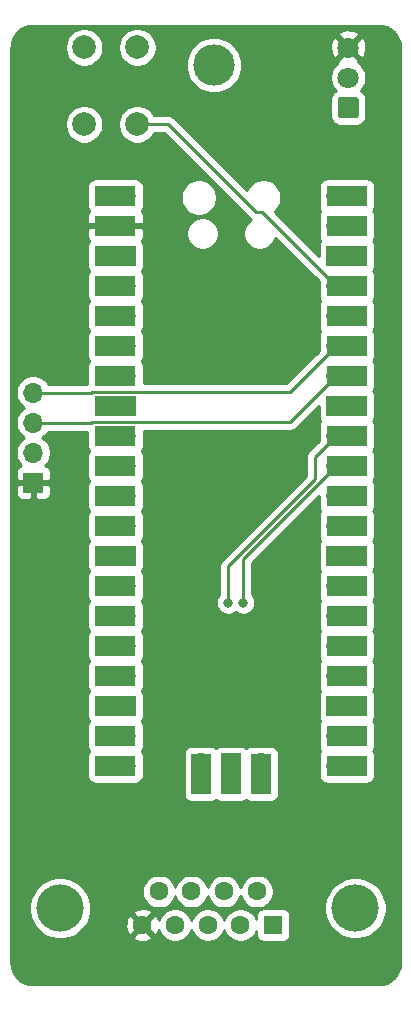
<source format=gbr>
%TF.GenerationSoftware,KiCad,Pcbnew,(5.1.10)-1*%
%TF.CreationDate,2021-12-02T15:45:15+11:00*%
%TF.ProjectId,BKM-10Rp2040,424b4d2d-3130-4527-9032-3034302e6b69,rev?*%
%TF.SameCoordinates,Original*%
%TF.FileFunction,Copper,L2,Bot*%
%TF.FilePolarity,Positive*%
%FSLAX46Y46*%
G04 Gerber Fmt 4.6, Leading zero omitted, Abs format (unit mm)*
G04 Created by KiCad (PCBNEW (5.1.10)-1) date 2021-12-02 15:45:15*
%MOMM*%
%LPD*%
G01*
G04 APERTURE LIST*
%TA.AperFunction,ComponentPad*%
%ADD10C,3.500000*%
%TD*%
%TA.AperFunction,SMDPad,CuDef*%
%ADD11O,1.700000X1.700000*%
%TD*%
%TA.AperFunction,SMDPad,CuDef*%
%ADD12R,1.700000X3.500000*%
%TD*%
%TA.AperFunction,SMDPad,CuDef*%
%ADD13R,1.700000X1.700000*%
%TD*%
%TA.AperFunction,SMDPad,CuDef*%
%ADD14R,3.500000X1.700000*%
%TD*%
%TA.AperFunction,ComponentPad*%
%ADD15O,1.700000X1.700000*%
%TD*%
%TA.AperFunction,ComponentPad*%
%ADD16R,1.700000X1.700000*%
%TD*%
%TA.AperFunction,ComponentPad*%
%ADD17C,1.800000*%
%TD*%
%TA.AperFunction,ComponentPad*%
%ADD18C,2.000000*%
%TD*%
%TA.AperFunction,ComponentPad*%
%ADD19C,4.000000*%
%TD*%
%TA.AperFunction,ComponentPad*%
%ADD20C,1.600000*%
%TD*%
%TA.AperFunction,ComponentPad*%
%ADD21R,1.600000X1.600000*%
%TD*%
%TA.AperFunction,ViaPad*%
%ADD22C,0.800000*%
%TD*%
%TA.AperFunction,Conductor*%
%ADD23C,0.250000*%
%TD*%
%TA.AperFunction,Conductor*%
%ADD24C,0.254000*%
%TD*%
%TA.AperFunction,Conductor*%
%ADD25C,0.100000*%
%TD*%
G04 APERTURE END LIST*
D10*
%TO.P,H1,1*%
%TO.N,GND*%
X128315720Y-65000000D03*
%TD*%
D11*
%TO.P,U2,43*%
%TO.N,Net-(U2-Pad43)*%
X127244999Y-124095000D03*
D12*
X127244999Y-124995000D03*
D13*
%TO.P,U2,42*%
%TO.N,Net-(U2-Pad42)*%
X129784999Y-124095000D03*
D12*
X129784999Y-124995000D03*
D11*
%TO.P,U2,41*%
%TO.N,Net-(U2-Pad41)*%
X132324999Y-124095000D03*
D12*
X132324999Y-124995000D03*
D14*
%TO.P,U2,21*%
%TO.N,Net-(U2-Pad21)*%
X119994999Y-124325000D03*
%TO.P,U2,22*%
%TO.N,Net-(U2-Pad22)*%
X119994999Y-121785000D03*
%TO.P,U2,23*%
%TO.N,GND*%
X119994999Y-119245000D03*
%TO.P,U2,24*%
%TO.N,Net-(U2-Pad24)*%
X119994999Y-116705000D03*
%TO.P,U2,25*%
%TO.N,Net-(U2-Pad25)*%
X119994999Y-114165000D03*
%TO.P,U2,26*%
%TO.N,Net-(U2-Pad26)*%
X119994999Y-111625000D03*
%TO.P,U2,27*%
%TO.N,Net-(U2-Pad27)*%
X119994999Y-109085000D03*
%TO.P,U2,28*%
%TO.N,GND*%
X119994999Y-106545000D03*
%TO.P,U2,29*%
%TO.N,Net-(U2-Pad29)*%
X119994999Y-104005000D03*
%TO.P,U2,30*%
%TO.N,Net-(U2-Pad30)*%
X119994999Y-101465000D03*
%TO.P,U2,31*%
%TO.N,Net-(U2-Pad31)*%
X119994999Y-98925000D03*
%TO.P,U2,32*%
%TO.N,Net-(U2-Pad32)*%
X119994999Y-96385000D03*
%TO.P,U2,33*%
%TO.N,Net-(U2-Pad33)*%
X119994999Y-93845000D03*
%TO.P,U2,34*%
%TO.N,Net-(U2-Pad34)*%
X119994999Y-91305000D03*
%TO.P,U2,35*%
%TO.N,Net-(U2-Pad35)*%
X119994999Y-88765000D03*
%TO.P,U2,36*%
%TO.N,Net-(U2-Pad36)*%
X119994999Y-86225000D03*
%TO.P,U2,37*%
%TO.N,Net-(U2-Pad37)*%
X119994999Y-83685000D03*
%TO.P,U2,38*%
%TO.N,GND*%
X119994999Y-81145000D03*
%TO.P,U2,39*%
%TO.N,+5V*%
X119994999Y-78605000D03*
%TO.P,U2,40*%
%TO.N,Net-(U2-Pad40)*%
X119994999Y-76065000D03*
%TO.P,U2,20*%
%TO.N,Net-(U2-Pad20)*%
X139574999Y-124325000D03*
%TO.P,U2,19*%
%TO.N,Net-(U2-Pad19)*%
X139574999Y-121785000D03*
%TO.P,U2,18*%
%TO.N,GND*%
X139574999Y-119245000D03*
%TO.P,U2,17*%
%TO.N,Net-(U2-Pad17)*%
X139574999Y-116705000D03*
%TO.P,U2,16*%
%TO.N,Net-(U2-Pad16)*%
X139574999Y-114165000D03*
%TO.P,U2,15*%
%TO.N,Net-(U2-Pad15)*%
X139574999Y-111625000D03*
%TO.P,U2,14*%
%TO.N,Net-(U2-Pad14)*%
X139574999Y-109085000D03*
%TO.P,U2,13*%
%TO.N,GND*%
X139574999Y-106545000D03*
%TO.P,U2,12*%
%TO.N,Net-(U2-Pad12)*%
X139574999Y-104005000D03*
%TO.P,U2,11*%
%TO.N,Net-(U2-Pad11)*%
X139574999Y-101465000D03*
%TO.P,U2,10*%
%TO.N,~RE~*%
X139574999Y-98925000D03*
%TO.P,U2,9*%
%TO.N,DE*%
X139574999Y-96385000D03*
%TO.P,U2,8*%
%TO.N,GND*%
X139574999Y-93845000D03*
%TO.P,U2,7*%
%TO.N,SCL*%
X139574999Y-91305000D03*
%TO.P,U2,6*%
%TO.N,SDA*%
X139574999Y-88765000D03*
%TO.P,U2,5*%
%TO.N,IR*%
X139574999Y-86225000D03*
%TO.P,U2,4*%
%TO.N,LEARN*%
X139574999Y-83685000D03*
%TO.P,U2,3*%
%TO.N,GND*%
X139574999Y-81145000D03*
%TO.P,U2,2*%
%TO.N,RX*%
X139574999Y-78605000D03*
%TO.P,U2,1*%
%TO.N,TX*%
X139574999Y-76065000D03*
D15*
%TO.P,U2,40*%
%TO.N,Net-(U2-Pad40)*%
X120894999Y-76065000D03*
%TO.P,U2,39*%
%TO.N,+5V*%
X120894999Y-78605000D03*
D16*
%TO.P,U2,38*%
%TO.N,GND*%
X120894999Y-81145000D03*
D15*
%TO.P,U2,37*%
%TO.N,Net-(U2-Pad37)*%
X120894999Y-83685000D03*
%TO.P,U2,36*%
%TO.N,Net-(U2-Pad36)*%
X120894999Y-86225000D03*
%TO.P,U2,35*%
%TO.N,Net-(U2-Pad35)*%
X120894999Y-88765000D03*
%TO.P,U2,34*%
%TO.N,Net-(U2-Pad34)*%
X120894999Y-91305000D03*
D16*
%TO.P,U2,33*%
%TO.N,Net-(U2-Pad33)*%
X120894999Y-93845000D03*
D15*
%TO.P,U2,32*%
%TO.N,Net-(U2-Pad32)*%
X120894999Y-96385000D03*
%TO.P,U2,31*%
%TO.N,Net-(U2-Pad31)*%
X120894999Y-98925000D03*
%TO.P,U2,30*%
%TO.N,Net-(U2-Pad30)*%
X120894999Y-101465000D03*
%TO.P,U2,29*%
%TO.N,Net-(U2-Pad29)*%
X120894999Y-104005000D03*
D16*
%TO.P,U2,28*%
%TO.N,GND*%
X120894999Y-106545000D03*
D15*
%TO.P,U2,27*%
%TO.N,Net-(U2-Pad27)*%
X120894999Y-109085000D03*
%TO.P,U2,26*%
%TO.N,Net-(U2-Pad26)*%
X120894999Y-111625000D03*
%TO.P,U2,25*%
%TO.N,Net-(U2-Pad25)*%
X120894999Y-114165000D03*
%TO.P,U2,24*%
%TO.N,Net-(U2-Pad24)*%
X120894999Y-116705000D03*
D16*
%TO.P,U2,23*%
%TO.N,GND*%
X120894999Y-119245000D03*
D15*
%TO.P,U2,22*%
%TO.N,Net-(U2-Pad22)*%
X120894999Y-121785000D03*
%TO.P,U2,21*%
%TO.N,Net-(U2-Pad21)*%
X120894999Y-124325000D03*
%TO.P,U2,20*%
%TO.N,Net-(U2-Pad20)*%
X138674999Y-124325000D03*
%TO.P,U2,19*%
%TO.N,Net-(U2-Pad19)*%
X138674999Y-121785000D03*
D16*
%TO.P,U2,18*%
%TO.N,GND*%
X138674999Y-119245000D03*
D15*
%TO.P,U2,17*%
%TO.N,Net-(U2-Pad17)*%
X138674999Y-116705000D03*
%TO.P,U2,16*%
%TO.N,Net-(U2-Pad16)*%
X138674999Y-114165000D03*
%TO.P,U2,15*%
%TO.N,Net-(U2-Pad15)*%
X138674999Y-111625000D03*
%TO.P,U2,14*%
%TO.N,Net-(U2-Pad14)*%
X138674999Y-109085000D03*
D16*
%TO.P,U2,13*%
%TO.N,GND*%
X138674999Y-106545000D03*
D15*
%TO.P,U2,12*%
%TO.N,Net-(U2-Pad12)*%
X138674999Y-104005000D03*
%TO.P,U2,11*%
%TO.N,Net-(U2-Pad11)*%
X138674999Y-101465000D03*
%TO.P,U2,10*%
%TO.N,~RE~*%
X138674999Y-98925000D03*
%TO.P,U2,9*%
%TO.N,DE*%
X138674999Y-96385000D03*
D16*
%TO.P,U2,8*%
%TO.N,GND*%
X138674999Y-93845000D03*
D15*
%TO.P,U2,7*%
%TO.N,SCL*%
X138674999Y-91305000D03*
%TO.P,U2,6*%
%TO.N,SDA*%
X138674999Y-88765000D03*
%TO.P,U2,5*%
%TO.N,IR*%
X138674999Y-86225000D03*
%TO.P,U2,4*%
%TO.N,LEARN*%
X138674999Y-83685000D03*
D16*
%TO.P,U2,3*%
%TO.N,GND*%
X138674999Y-81145000D03*
D15*
%TO.P,U2,2*%
%TO.N,RX*%
X138674999Y-78605000D03*
%TO.P,U2,1*%
%TO.N,TX*%
X138674999Y-76065000D03*
%TD*%
%TO.P,J2,4*%
%TO.N,SDA*%
X113030000Y-92710000D03*
%TO.P,J2,3*%
%TO.N,SCL*%
X113030000Y-95250000D03*
%TO.P,J2,2*%
%TO.N,GND*%
X113030000Y-97790000D03*
D16*
%TO.P,J2,1*%
%TO.N,+5V*%
X113030000Y-100330000D03*
%TD*%
D17*
%TO.P,U3,3*%
%TO.N,+5V*%
X139700000Y-63500000D03*
%TO.P,U3,2*%
%TO.N,GND*%
X139700000Y-66040000D03*
%TO.P,U3,1*%
%TO.N,IR*%
%TA.AperFunction,ComponentPad*%
G36*
G01*
X140349800Y-69480000D02*
X139050200Y-69480000D01*
G75*
G02*
X138800000Y-69229800I0J250200D01*
G01*
X138800000Y-67930200D01*
G75*
G02*
X139050200Y-67680000I250200J0D01*
G01*
X140349800Y-67680000D01*
G75*
G02*
X140600000Y-67930200I0J-250200D01*
G01*
X140600000Y-69229800D01*
G75*
G02*
X140349800Y-69480000I-250200J0D01*
G01*
G37*
%TD.AperFunction*%
%TD*%
D18*
%TO.P,SW1,1*%
%TO.N,LEARN*%
X121843800Y-69994920D03*
%TO.P,SW1,2*%
%TO.N,GND*%
X117343800Y-69994920D03*
%TO.P,SW1,1*%
%TO.N,LEARN*%
X121843800Y-63494920D03*
%TO.P,SW1,2*%
%TO.N,GND*%
X117343800Y-63494920D03*
%TD*%
D19*
%TO.P,J1,0*%
%TO.N,GND*%
X140310000Y-136375000D03*
X115310000Y-136375000D03*
D20*
%TO.P,J1,9*%
%TO.N,Net-(J1-Pad9)*%
X123655000Y-134955000D03*
%TO.P,J1,8*%
%TO.N,RXD-*%
X126425000Y-134955000D03*
%TO.P,J1,7*%
%TO.N,TXD+*%
X129195000Y-134955000D03*
%TO.P,J1,6*%
%TO.N,Net-(J1-Pad6)*%
X131965000Y-134955000D03*
%TO.P,J1,5*%
%TO.N,+5V*%
X122270000Y-137795000D03*
%TO.P,J1,4*%
%TO.N,Net-(J1-Pad4)*%
X125040000Y-137795000D03*
%TO.P,J1,3*%
%TO.N,RXD+*%
X127810000Y-137795000D03*
%TO.P,J1,2*%
%TO.N,TXD-*%
X130580000Y-137795000D03*
D21*
%TO.P,J1,1*%
%TO.N,GND*%
X133350000Y-137795000D03*
%TD*%
D22*
%TO.N,+5V*%
X135890000Y-119380000D03*
%TO.N,DE*%
X129540000Y-110490000D03*
%TO.N,~RE~*%
X130810000Y-110490000D03*
%TD*%
D23*
%TO.N,LEARN*%
X131880001Y-77420001D02*
X124460000Y-70000000D01*
X132410000Y-77420001D02*
X131880001Y-77420001D01*
X138674999Y-83685000D02*
X132410000Y-77420001D01*
X121848880Y-70000000D02*
X121843800Y-69994920D01*
X124460000Y-70000000D02*
X121848880Y-70000000D01*
%TO.N,DE*%
X138674999Y-96385000D02*
X136896794Y-98163205D01*
X136896794Y-98163205D02*
X136896794Y-100066795D01*
X136896794Y-100066795D02*
X129540000Y-107423589D01*
X129540000Y-107423589D02*
X129540000Y-110490000D01*
%TO.N,~RE~*%
X130810000Y-106789999D02*
X130810000Y-110490000D01*
X138674999Y-98925000D02*
X130810000Y-106789999D01*
%TO.N,SDA*%
X134770000Y-92669999D02*
X138674999Y-88765000D01*
X117984998Y-92669999D02*
X134770000Y-92669999D01*
X117944997Y-92710000D02*
X117984998Y-92669999D01*
X113030000Y-92710000D02*
X117944997Y-92710000D01*
%TO.N,SCL*%
X134770000Y-95209999D02*
X138674999Y-91305000D01*
X117984998Y-95209999D02*
X134770000Y-95209999D01*
X117944997Y-95250000D02*
X117984998Y-95209999D01*
X113030000Y-95250000D02*
X117944997Y-95250000D01*
%TD*%
D24*
%TO.N,+5V*%
X142599668Y-61683551D02*
X142945634Y-61788004D01*
X143264724Y-61957667D01*
X143544781Y-62186076D01*
X143775141Y-62464534D01*
X143947027Y-62782430D01*
X144053893Y-63127658D01*
X144095000Y-63518753D01*
X144095001Y-140936485D01*
X144056449Y-141329667D01*
X143951996Y-141675635D01*
X143782333Y-141994724D01*
X143553924Y-142274781D01*
X143275466Y-142505141D01*
X142957570Y-142677027D01*
X142612340Y-142783894D01*
X142221238Y-142825000D01*
X113063505Y-142825000D01*
X112670333Y-142786449D01*
X112324365Y-142681996D01*
X112005276Y-142512333D01*
X111725219Y-142283924D01*
X111494859Y-142005466D01*
X111322973Y-141687570D01*
X111216106Y-141342340D01*
X111175000Y-140951238D01*
X111175000Y-136115475D01*
X112675000Y-136115475D01*
X112675000Y-136634525D01*
X112776261Y-137143601D01*
X112974893Y-137623141D01*
X113263262Y-138054715D01*
X113630285Y-138421738D01*
X114061859Y-138710107D01*
X114541399Y-138908739D01*
X115050475Y-139010000D01*
X115569525Y-139010000D01*
X116078601Y-138908739D01*
X116370810Y-138787702D01*
X121456903Y-138787702D01*
X121528486Y-139031671D01*
X121783996Y-139152571D01*
X122058184Y-139221300D01*
X122340512Y-139235217D01*
X122620130Y-139193787D01*
X122886292Y-139098603D01*
X123011514Y-139031671D01*
X123083097Y-138787702D01*
X122270000Y-137974605D01*
X121456903Y-138787702D01*
X116370810Y-138787702D01*
X116558141Y-138710107D01*
X116989715Y-138421738D01*
X117356738Y-138054715D01*
X117483159Y-137865512D01*
X120829783Y-137865512D01*
X120871213Y-138145130D01*
X120966397Y-138411292D01*
X121033329Y-138536514D01*
X121277298Y-138608097D01*
X122090395Y-137795000D01*
X122449605Y-137795000D01*
X123262702Y-138608097D01*
X123506671Y-138536514D01*
X123627571Y-138281004D01*
X123653212Y-138178711D01*
X123660147Y-138213574D01*
X123768320Y-138474727D01*
X123925363Y-138709759D01*
X124125241Y-138909637D01*
X124360273Y-139066680D01*
X124621426Y-139174853D01*
X124898665Y-139230000D01*
X125181335Y-139230000D01*
X125458574Y-139174853D01*
X125719727Y-139066680D01*
X125954759Y-138909637D01*
X126154637Y-138709759D01*
X126311680Y-138474727D01*
X126419853Y-138213574D01*
X126425000Y-138187699D01*
X126430147Y-138213574D01*
X126538320Y-138474727D01*
X126695363Y-138709759D01*
X126895241Y-138909637D01*
X127130273Y-139066680D01*
X127391426Y-139174853D01*
X127668665Y-139230000D01*
X127951335Y-139230000D01*
X128228574Y-139174853D01*
X128489727Y-139066680D01*
X128724759Y-138909637D01*
X128924637Y-138709759D01*
X129081680Y-138474727D01*
X129189853Y-138213574D01*
X129195000Y-138187699D01*
X129200147Y-138213574D01*
X129308320Y-138474727D01*
X129465363Y-138709759D01*
X129665241Y-138909637D01*
X129900273Y-139066680D01*
X130161426Y-139174853D01*
X130438665Y-139230000D01*
X130721335Y-139230000D01*
X130998574Y-139174853D01*
X131259727Y-139066680D01*
X131494759Y-138909637D01*
X131694637Y-138709759D01*
X131851680Y-138474727D01*
X131911928Y-138329275D01*
X131911928Y-138595000D01*
X131924188Y-138719482D01*
X131960498Y-138839180D01*
X132019463Y-138949494D01*
X132098815Y-139046185D01*
X132195506Y-139125537D01*
X132305820Y-139184502D01*
X132425518Y-139220812D01*
X132550000Y-139233072D01*
X134150000Y-139233072D01*
X134274482Y-139220812D01*
X134394180Y-139184502D01*
X134504494Y-139125537D01*
X134601185Y-139046185D01*
X134680537Y-138949494D01*
X134739502Y-138839180D01*
X134775812Y-138719482D01*
X134788072Y-138595000D01*
X134788072Y-136995000D01*
X134775812Y-136870518D01*
X134739502Y-136750820D01*
X134680537Y-136640506D01*
X134601185Y-136543815D01*
X134504494Y-136464463D01*
X134394180Y-136405498D01*
X134274482Y-136369188D01*
X134150000Y-136356928D01*
X132550000Y-136356928D01*
X132425518Y-136369188D01*
X132305820Y-136405498D01*
X132195506Y-136464463D01*
X132098815Y-136543815D01*
X132019463Y-136640506D01*
X131960498Y-136750820D01*
X131924188Y-136870518D01*
X131911928Y-136995000D01*
X131911928Y-137260725D01*
X131851680Y-137115273D01*
X131694637Y-136880241D01*
X131494759Y-136680363D01*
X131259727Y-136523320D01*
X130998574Y-136415147D01*
X130721335Y-136360000D01*
X130438665Y-136360000D01*
X130161426Y-136415147D01*
X129900273Y-136523320D01*
X129665241Y-136680363D01*
X129465363Y-136880241D01*
X129308320Y-137115273D01*
X129200147Y-137376426D01*
X129195000Y-137402301D01*
X129189853Y-137376426D01*
X129081680Y-137115273D01*
X128924637Y-136880241D01*
X128724759Y-136680363D01*
X128489727Y-136523320D01*
X128228574Y-136415147D01*
X127951335Y-136360000D01*
X127668665Y-136360000D01*
X127391426Y-136415147D01*
X127130273Y-136523320D01*
X126895241Y-136680363D01*
X126695363Y-136880241D01*
X126538320Y-137115273D01*
X126430147Y-137376426D01*
X126425000Y-137402301D01*
X126419853Y-137376426D01*
X126311680Y-137115273D01*
X126154637Y-136880241D01*
X125954759Y-136680363D01*
X125719727Y-136523320D01*
X125458574Y-136415147D01*
X125181335Y-136360000D01*
X124898665Y-136360000D01*
X124621426Y-136415147D01*
X124360273Y-136523320D01*
X124125241Y-136680363D01*
X123925363Y-136880241D01*
X123768320Y-137115273D01*
X123660147Y-137376426D01*
X123654487Y-137404882D01*
X123573603Y-137178708D01*
X123506671Y-137053486D01*
X123262702Y-136981903D01*
X122449605Y-137795000D01*
X122090395Y-137795000D01*
X121277298Y-136981903D01*
X121033329Y-137053486D01*
X120912429Y-137308996D01*
X120843700Y-137583184D01*
X120829783Y-137865512D01*
X117483159Y-137865512D01*
X117645107Y-137623141D01*
X117843739Y-137143601D01*
X117911628Y-136802298D01*
X121456903Y-136802298D01*
X122270000Y-137615395D01*
X123083097Y-136802298D01*
X123011514Y-136558329D01*
X122756004Y-136437429D01*
X122481816Y-136368700D01*
X122199488Y-136354783D01*
X121919870Y-136396213D01*
X121653708Y-136491397D01*
X121528486Y-136558329D01*
X121456903Y-136802298D01*
X117911628Y-136802298D01*
X117945000Y-136634525D01*
X117945000Y-136115475D01*
X117843739Y-135606399D01*
X117645107Y-135126859D01*
X117435838Y-134813665D01*
X122220000Y-134813665D01*
X122220000Y-135096335D01*
X122275147Y-135373574D01*
X122383320Y-135634727D01*
X122540363Y-135869759D01*
X122740241Y-136069637D01*
X122975273Y-136226680D01*
X123236426Y-136334853D01*
X123513665Y-136390000D01*
X123796335Y-136390000D01*
X124073574Y-136334853D01*
X124334727Y-136226680D01*
X124569759Y-136069637D01*
X124769637Y-135869759D01*
X124926680Y-135634727D01*
X125034853Y-135373574D01*
X125040000Y-135347699D01*
X125045147Y-135373574D01*
X125153320Y-135634727D01*
X125310363Y-135869759D01*
X125510241Y-136069637D01*
X125745273Y-136226680D01*
X126006426Y-136334853D01*
X126283665Y-136390000D01*
X126566335Y-136390000D01*
X126843574Y-136334853D01*
X127104727Y-136226680D01*
X127339759Y-136069637D01*
X127539637Y-135869759D01*
X127696680Y-135634727D01*
X127804853Y-135373574D01*
X127810000Y-135347699D01*
X127815147Y-135373574D01*
X127923320Y-135634727D01*
X128080363Y-135869759D01*
X128280241Y-136069637D01*
X128515273Y-136226680D01*
X128776426Y-136334853D01*
X129053665Y-136390000D01*
X129336335Y-136390000D01*
X129613574Y-136334853D01*
X129874727Y-136226680D01*
X130109759Y-136069637D01*
X130309637Y-135869759D01*
X130466680Y-135634727D01*
X130574853Y-135373574D01*
X130580000Y-135347699D01*
X130585147Y-135373574D01*
X130693320Y-135634727D01*
X130850363Y-135869759D01*
X131050241Y-136069637D01*
X131285273Y-136226680D01*
X131546426Y-136334853D01*
X131823665Y-136390000D01*
X132106335Y-136390000D01*
X132383574Y-136334853D01*
X132644727Y-136226680D01*
X132811157Y-136115475D01*
X137675000Y-136115475D01*
X137675000Y-136634525D01*
X137776261Y-137143601D01*
X137974893Y-137623141D01*
X138263262Y-138054715D01*
X138630285Y-138421738D01*
X139061859Y-138710107D01*
X139541399Y-138908739D01*
X140050475Y-139010000D01*
X140569525Y-139010000D01*
X141078601Y-138908739D01*
X141558141Y-138710107D01*
X141989715Y-138421738D01*
X142356738Y-138054715D01*
X142645107Y-137623141D01*
X142843739Y-137143601D01*
X142945000Y-136634525D01*
X142945000Y-136115475D01*
X142843739Y-135606399D01*
X142645107Y-135126859D01*
X142356738Y-134695285D01*
X141989715Y-134328262D01*
X141558141Y-134039893D01*
X141078601Y-133841261D01*
X140569525Y-133740000D01*
X140050475Y-133740000D01*
X139541399Y-133841261D01*
X139061859Y-134039893D01*
X138630285Y-134328262D01*
X138263262Y-134695285D01*
X137974893Y-135126859D01*
X137776261Y-135606399D01*
X137675000Y-136115475D01*
X132811157Y-136115475D01*
X132879759Y-136069637D01*
X133079637Y-135869759D01*
X133236680Y-135634727D01*
X133344853Y-135373574D01*
X133400000Y-135096335D01*
X133400000Y-134813665D01*
X133344853Y-134536426D01*
X133236680Y-134275273D01*
X133079637Y-134040241D01*
X132879759Y-133840363D01*
X132644727Y-133683320D01*
X132383574Y-133575147D01*
X132106335Y-133520000D01*
X131823665Y-133520000D01*
X131546426Y-133575147D01*
X131285273Y-133683320D01*
X131050241Y-133840363D01*
X130850363Y-134040241D01*
X130693320Y-134275273D01*
X130585147Y-134536426D01*
X130580000Y-134562301D01*
X130574853Y-134536426D01*
X130466680Y-134275273D01*
X130309637Y-134040241D01*
X130109759Y-133840363D01*
X129874727Y-133683320D01*
X129613574Y-133575147D01*
X129336335Y-133520000D01*
X129053665Y-133520000D01*
X128776426Y-133575147D01*
X128515273Y-133683320D01*
X128280241Y-133840363D01*
X128080363Y-134040241D01*
X127923320Y-134275273D01*
X127815147Y-134536426D01*
X127810000Y-134562301D01*
X127804853Y-134536426D01*
X127696680Y-134275273D01*
X127539637Y-134040241D01*
X127339759Y-133840363D01*
X127104727Y-133683320D01*
X126843574Y-133575147D01*
X126566335Y-133520000D01*
X126283665Y-133520000D01*
X126006426Y-133575147D01*
X125745273Y-133683320D01*
X125510241Y-133840363D01*
X125310363Y-134040241D01*
X125153320Y-134275273D01*
X125045147Y-134536426D01*
X125040000Y-134562301D01*
X125034853Y-134536426D01*
X124926680Y-134275273D01*
X124769637Y-134040241D01*
X124569759Y-133840363D01*
X124334727Y-133683320D01*
X124073574Y-133575147D01*
X123796335Y-133520000D01*
X123513665Y-133520000D01*
X123236426Y-133575147D01*
X122975273Y-133683320D01*
X122740241Y-133840363D01*
X122540363Y-134040241D01*
X122383320Y-134275273D01*
X122275147Y-134536426D01*
X122220000Y-134813665D01*
X117435838Y-134813665D01*
X117356738Y-134695285D01*
X116989715Y-134328262D01*
X116558141Y-134039893D01*
X116078601Y-133841261D01*
X115569525Y-133740000D01*
X115050475Y-133740000D01*
X114541399Y-133841261D01*
X114061859Y-134039893D01*
X113630285Y-134328262D01*
X113263262Y-134695285D01*
X112974893Y-135126859D01*
X112776261Y-135606399D01*
X112675000Y-136115475D01*
X111175000Y-136115475D01*
X111175000Y-101180000D01*
X111541928Y-101180000D01*
X111554188Y-101304482D01*
X111590498Y-101424180D01*
X111649463Y-101534494D01*
X111728815Y-101631185D01*
X111825506Y-101710537D01*
X111935820Y-101769502D01*
X112055518Y-101805812D01*
X112180000Y-101818072D01*
X112744250Y-101815000D01*
X112903000Y-101656250D01*
X112903000Y-100457000D01*
X113157000Y-100457000D01*
X113157000Y-101656250D01*
X113315750Y-101815000D01*
X113880000Y-101818072D01*
X114004482Y-101805812D01*
X114124180Y-101769502D01*
X114234494Y-101710537D01*
X114331185Y-101631185D01*
X114410537Y-101534494D01*
X114469502Y-101424180D01*
X114505812Y-101304482D01*
X114518072Y-101180000D01*
X114515000Y-100615750D01*
X114356250Y-100457000D01*
X113157000Y-100457000D01*
X112903000Y-100457000D01*
X111703750Y-100457000D01*
X111545000Y-100615750D01*
X111541928Y-101180000D01*
X111175000Y-101180000D01*
X111175000Y-99480000D01*
X111541928Y-99480000D01*
X111545000Y-100044250D01*
X111703750Y-100203000D01*
X112903000Y-100203000D01*
X112903000Y-100183000D01*
X113157000Y-100183000D01*
X113157000Y-100203000D01*
X114356250Y-100203000D01*
X114515000Y-100044250D01*
X114518072Y-99480000D01*
X114505812Y-99355518D01*
X114469502Y-99235820D01*
X114410537Y-99125506D01*
X114331185Y-99028815D01*
X114234494Y-98949463D01*
X114124180Y-98890498D01*
X114051620Y-98868487D01*
X114183475Y-98736632D01*
X114345990Y-98493411D01*
X114457932Y-98223158D01*
X114515000Y-97936260D01*
X114515000Y-97643740D01*
X114457932Y-97356842D01*
X114345990Y-97086589D01*
X114183475Y-96843368D01*
X113976632Y-96636525D01*
X113802240Y-96520000D01*
X113976632Y-96403475D01*
X114183475Y-96196632D01*
X114308178Y-96010000D01*
X117606927Y-96010000D01*
X117606927Y-97235000D01*
X117619187Y-97359482D01*
X117655497Y-97479180D01*
X117714462Y-97589494D01*
X117768221Y-97655000D01*
X117714462Y-97720506D01*
X117655497Y-97830820D01*
X117619187Y-97950518D01*
X117606927Y-98075000D01*
X117606927Y-99775000D01*
X117619187Y-99899482D01*
X117655497Y-100019180D01*
X117714462Y-100129494D01*
X117768221Y-100195000D01*
X117714462Y-100260506D01*
X117655497Y-100370820D01*
X117619187Y-100490518D01*
X117606927Y-100615000D01*
X117606927Y-102315000D01*
X117619187Y-102439482D01*
X117655497Y-102559180D01*
X117714462Y-102669494D01*
X117768221Y-102735000D01*
X117714462Y-102800506D01*
X117655497Y-102910820D01*
X117619187Y-103030518D01*
X117606927Y-103155000D01*
X117606927Y-104855000D01*
X117619187Y-104979482D01*
X117655497Y-105099180D01*
X117714462Y-105209494D01*
X117768221Y-105275000D01*
X117714462Y-105340506D01*
X117655497Y-105450820D01*
X117619187Y-105570518D01*
X117606927Y-105695000D01*
X117606927Y-107395000D01*
X117619187Y-107519482D01*
X117655497Y-107639180D01*
X117714462Y-107749494D01*
X117768221Y-107815000D01*
X117714462Y-107880506D01*
X117655497Y-107990820D01*
X117619187Y-108110518D01*
X117606927Y-108235000D01*
X117606927Y-109935000D01*
X117619187Y-110059482D01*
X117655497Y-110179180D01*
X117714462Y-110289494D01*
X117768221Y-110355000D01*
X117714462Y-110420506D01*
X117655497Y-110530820D01*
X117619187Y-110650518D01*
X117606927Y-110775000D01*
X117606927Y-112475000D01*
X117619187Y-112599482D01*
X117655497Y-112719180D01*
X117714462Y-112829494D01*
X117768221Y-112895000D01*
X117714462Y-112960506D01*
X117655497Y-113070820D01*
X117619187Y-113190518D01*
X117606927Y-113315000D01*
X117606927Y-115015000D01*
X117619187Y-115139482D01*
X117655497Y-115259180D01*
X117714462Y-115369494D01*
X117768221Y-115435000D01*
X117714462Y-115500506D01*
X117655497Y-115610820D01*
X117619187Y-115730518D01*
X117606927Y-115855000D01*
X117606927Y-117555000D01*
X117619187Y-117679482D01*
X117655497Y-117799180D01*
X117714462Y-117909494D01*
X117768221Y-117975000D01*
X117714462Y-118040506D01*
X117655497Y-118150820D01*
X117619187Y-118270518D01*
X117606927Y-118395000D01*
X117606927Y-120095000D01*
X117619187Y-120219482D01*
X117655497Y-120339180D01*
X117714462Y-120449494D01*
X117768221Y-120515000D01*
X117714462Y-120580506D01*
X117655497Y-120690820D01*
X117619187Y-120810518D01*
X117606927Y-120935000D01*
X117606927Y-122635000D01*
X117619187Y-122759482D01*
X117655497Y-122879180D01*
X117714462Y-122989494D01*
X117768221Y-123055000D01*
X117714462Y-123120506D01*
X117655497Y-123230820D01*
X117619187Y-123350518D01*
X117606927Y-123475000D01*
X117606927Y-125175000D01*
X117619187Y-125299482D01*
X117655497Y-125419180D01*
X117714462Y-125529494D01*
X117793814Y-125626185D01*
X117890505Y-125705537D01*
X118000819Y-125764502D01*
X118120517Y-125800812D01*
X118244999Y-125813072D01*
X121744999Y-125813072D01*
X121869481Y-125800812D01*
X121989179Y-125764502D01*
X122099493Y-125705537D01*
X122196184Y-125626185D01*
X122275536Y-125529494D01*
X122334501Y-125419180D01*
X122370811Y-125299482D01*
X122383071Y-125175000D01*
X122383071Y-123475000D01*
X122370811Y-123350518D01*
X122338803Y-123245000D01*
X125756927Y-123245000D01*
X125756927Y-126745000D01*
X125769187Y-126869482D01*
X125805497Y-126989180D01*
X125864462Y-127099494D01*
X125943814Y-127196185D01*
X126040505Y-127275537D01*
X126150819Y-127334502D01*
X126270517Y-127370812D01*
X126394999Y-127383072D01*
X128094999Y-127383072D01*
X128219481Y-127370812D01*
X128339179Y-127334502D01*
X128449493Y-127275537D01*
X128514999Y-127221778D01*
X128580505Y-127275537D01*
X128690819Y-127334502D01*
X128810517Y-127370812D01*
X128934999Y-127383072D01*
X130634999Y-127383072D01*
X130759481Y-127370812D01*
X130879179Y-127334502D01*
X130989493Y-127275537D01*
X131054999Y-127221778D01*
X131120505Y-127275537D01*
X131230819Y-127334502D01*
X131350517Y-127370812D01*
X131474999Y-127383072D01*
X133174999Y-127383072D01*
X133299481Y-127370812D01*
X133419179Y-127334502D01*
X133529493Y-127275537D01*
X133626184Y-127196185D01*
X133705536Y-127099494D01*
X133764501Y-126989180D01*
X133800811Y-126869482D01*
X133813071Y-126745000D01*
X133813071Y-123245000D01*
X133800811Y-123120518D01*
X133764501Y-123000820D01*
X133705536Y-122890506D01*
X133626184Y-122793815D01*
X133529493Y-122714463D01*
X133419179Y-122655498D01*
X133299481Y-122619188D01*
X133174999Y-122606928D01*
X131474999Y-122606928D01*
X131350517Y-122619188D01*
X131230819Y-122655498D01*
X131120505Y-122714463D01*
X131054999Y-122768222D01*
X130989493Y-122714463D01*
X130879179Y-122655498D01*
X130759481Y-122619188D01*
X130634999Y-122606928D01*
X128934999Y-122606928D01*
X128810517Y-122619188D01*
X128690819Y-122655498D01*
X128580505Y-122714463D01*
X128514999Y-122768222D01*
X128449493Y-122714463D01*
X128339179Y-122655498D01*
X128219481Y-122619188D01*
X128094999Y-122606928D01*
X126394999Y-122606928D01*
X126270517Y-122619188D01*
X126150819Y-122655498D01*
X126040505Y-122714463D01*
X125943814Y-122793815D01*
X125864462Y-122890506D01*
X125805497Y-123000820D01*
X125769187Y-123120518D01*
X125756927Y-123245000D01*
X122338803Y-123245000D01*
X122334501Y-123230820D01*
X122275536Y-123120506D01*
X122221777Y-123055000D01*
X122275536Y-122989494D01*
X122334501Y-122879180D01*
X122370811Y-122759482D01*
X122383071Y-122635000D01*
X122383071Y-120935000D01*
X122370811Y-120810518D01*
X122334501Y-120690820D01*
X122275536Y-120580506D01*
X122221777Y-120515000D01*
X122275536Y-120449494D01*
X122334501Y-120339180D01*
X122370811Y-120219482D01*
X122383071Y-120095000D01*
X122383071Y-118395000D01*
X122370811Y-118270518D01*
X122334501Y-118150820D01*
X122275536Y-118040506D01*
X122221777Y-117975000D01*
X122275536Y-117909494D01*
X122334501Y-117799180D01*
X122370811Y-117679482D01*
X122383071Y-117555000D01*
X122383071Y-115855000D01*
X122370811Y-115730518D01*
X122334501Y-115610820D01*
X122275536Y-115500506D01*
X122221777Y-115435000D01*
X122275536Y-115369494D01*
X122334501Y-115259180D01*
X122370811Y-115139482D01*
X122383071Y-115015000D01*
X122383071Y-113315000D01*
X122370811Y-113190518D01*
X122334501Y-113070820D01*
X122275536Y-112960506D01*
X122221777Y-112895000D01*
X122275536Y-112829494D01*
X122334501Y-112719180D01*
X122370811Y-112599482D01*
X122383071Y-112475000D01*
X122383071Y-110775000D01*
X122370811Y-110650518D01*
X122334501Y-110530820D01*
X122275536Y-110420506D01*
X122221777Y-110355000D01*
X122275536Y-110289494D01*
X122334501Y-110179180D01*
X122370811Y-110059482D01*
X122383071Y-109935000D01*
X122383071Y-108235000D01*
X122370811Y-108110518D01*
X122334501Y-107990820D01*
X122275536Y-107880506D01*
X122221777Y-107815000D01*
X122275536Y-107749494D01*
X122334501Y-107639180D01*
X122370811Y-107519482D01*
X122383071Y-107395000D01*
X122383071Y-105695000D01*
X122370811Y-105570518D01*
X122334501Y-105450820D01*
X122275536Y-105340506D01*
X122221777Y-105275000D01*
X122275536Y-105209494D01*
X122334501Y-105099180D01*
X122370811Y-104979482D01*
X122383071Y-104855000D01*
X122383071Y-103155000D01*
X122370811Y-103030518D01*
X122334501Y-102910820D01*
X122275536Y-102800506D01*
X122221777Y-102735000D01*
X122275536Y-102669494D01*
X122334501Y-102559180D01*
X122370811Y-102439482D01*
X122383071Y-102315000D01*
X122383071Y-100615000D01*
X122370811Y-100490518D01*
X122334501Y-100370820D01*
X122275536Y-100260506D01*
X122221777Y-100195000D01*
X122275536Y-100129494D01*
X122334501Y-100019180D01*
X122370811Y-99899482D01*
X122383071Y-99775000D01*
X122383071Y-98075000D01*
X122370811Y-97950518D01*
X122334501Y-97830820D01*
X122275536Y-97720506D01*
X122221777Y-97655000D01*
X122275536Y-97589494D01*
X122334501Y-97479180D01*
X122370811Y-97359482D01*
X122383071Y-97235000D01*
X122383071Y-95969999D01*
X134732678Y-95969999D01*
X134770000Y-95973675D01*
X134807322Y-95969999D01*
X134807333Y-95969999D01*
X134918986Y-95959002D01*
X135062247Y-95915545D01*
X135194276Y-95844973D01*
X135310001Y-95750000D01*
X135333804Y-95720996D01*
X137186927Y-93867873D01*
X137186927Y-94695000D01*
X137199187Y-94819482D01*
X137235497Y-94939180D01*
X137294462Y-95049494D01*
X137348221Y-95115000D01*
X137294462Y-95180506D01*
X137235497Y-95290820D01*
X137199187Y-95410518D01*
X137186927Y-95535000D01*
X137186927Y-96798271D01*
X136385797Y-97599401D01*
X136356793Y-97623204D01*
X136305106Y-97686185D01*
X136261820Y-97738929D01*
X136216080Y-97824502D01*
X136191248Y-97870959D01*
X136147791Y-98014220D01*
X136136794Y-98125873D01*
X136136794Y-98125883D01*
X136133118Y-98163205D01*
X136136794Y-98200528D01*
X136136795Y-99751992D01*
X129029003Y-106859785D01*
X128999999Y-106883588D01*
X128954537Y-106938984D01*
X128905026Y-106999313D01*
X128860698Y-107082245D01*
X128834454Y-107131343D01*
X128790997Y-107274604D01*
X128780000Y-107386257D01*
X128780000Y-107386267D01*
X128776324Y-107423589D01*
X128780000Y-107460912D01*
X128780001Y-109786288D01*
X128736063Y-109830226D01*
X128622795Y-109999744D01*
X128544774Y-110188102D01*
X128505000Y-110388061D01*
X128505000Y-110591939D01*
X128544774Y-110791898D01*
X128622795Y-110980256D01*
X128736063Y-111149774D01*
X128880226Y-111293937D01*
X129049744Y-111407205D01*
X129238102Y-111485226D01*
X129438061Y-111525000D01*
X129641939Y-111525000D01*
X129841898Y-111485226D01*
X130030256Y-111407205D01*
X130175000Y-111310490D01*
X130319744Y-111407205D01*
X130508102Y-111485226D01*
X130708061Y-111525000D01*
X130911939Y-111525000D01*
X131111898Y-111485226D01*
X131300256Y-111407205D01*
X131469774Y-111293937D01*
X131613937Y-111149774D01*
X131727205Y-110980256D01*
X131805226Y-110791898D01*
X131845000Y-110591939D01*
X131845000Y-110388061D01*
X131805226Y-110188102D01*
X131727205Y-109999744D01*
X131613937Y-109830226D01*
X131570000Y-109786289D01*
X131570000Y-107104800D01*
X137186927Y-101487874D01*
X137186927Y-102315000D01*
X137199187Y-102439482D01*
X137235497Y-102559180D01*
X137294462Y-102669494D01*
X137348221Y-102735000D01*
X137294462Y-102800506D01*
X137235497Y-102910820D01*
X137199187Y-103030518D01*
X137186927Y-103155000D01*
X137186927Y-104855000D01*
X137199187Y-104979482D01*
X137235497Y-105099180D01*
X137294462Y-105209494D01*
X137348221Y-105275000D01*
X137294462Y-105340506D01*
X137235497Y-105450820D01*
X137199187Y-105570518D01*
X137186927Y-105695000D01*
X137186927Y-107395000D01*
X137199187Y-107519482D01*
X137235497Y-107639180D01*
X137294462Y-107749494D01*
X137348221Y-107815000D01*
X137294462Y-107880506D01*
X137235497Y-107990820D01*
X137199187Y-108110518D01*
X137186927Y-108235000D01*
X137186927Y-109935000D01*
X137199187Y-110059482D01*
X137235497Y-110179180D01*
X137294462Y-110289494D01*
X137348221Y-110355000D01*
X137294462Y-110420506D01*
X137235497Y-110530820D01*
X137199187Y-110650518D01*
X137186927Y-110775000D01*
X137186927Y-112475000D01*
X137199187Y-112599482D01*
X137235497Y-112719180D01*
X137294462Y-112829494D01*
X137348221Y-112895000D01*
X137294462Y-112960506D01*
X137235497Y-113070820D01*
X137199187Y-113190518D01*
X137186927Y-113315000D01*
X137186927Y-115015000D01*
X137199187Y-115139482D01*
X137235497Y-115259180D01*
X137294462Y-115369494D01*
X137348221Y-115435000D01*
X137294462Y-115500506D01*
X137235497Y-115610820D01*
X137199187Y-115730518D01*
X137186927Y-115855000D01*
X137186927Y-117555000D01*
X137199187Y-117679482D01*
X137235497Y-117799180D01*
X137294462Y-117909494D01*
X137348221Y-117975000D01*
X137294462Y-118040506D01*
X137235497Y-118150820D01*
X137199187Y-118270518D01*
X137186927Y-118395000D01*
X137186927Y-120095000D01*
X137199187Y-120219482D01*
X137235497Y-120339180D01*
X137294462Y-120449494D01*
X137348221Y-120515000D01*
X137294462Y-120580506D01*
X137235497Y-120690820D01*
X137199187Y-120810518D01*
X137186927Y-120935000D01*
X137186927Y-122635000D01*
X137199187Y-122759482D01*
X137235497Y-122879180D01*
X137294462Y-122989494D01*
X137348221Y-123055000D01*
X137294462Y-123120506D01*
X137235497Y-123230820D01*
X137199187Y-123350518D01*
X137186927Y-123475000D01*
X137186927Y-125175000D01*
X137199187Y-125299482D01*
X137235497Y-125419180D01*
X137294462Y-125529494D01*
X137373814Y-125626185D01*
X137470505Y-125705537D01*
X137580819Y-125764502D01*
X137700517Y-125800812D01*
X137824999Y-125813072D01*
X141324999Y-125813072D01*
X141449481Y-125800812D01*
X141569179Y-125764502D01*
X141679493Y-125705537D01*
X141776184Y-125626185D01*
X141855536Y-125529494D01*
X141914501Y-125419180D01*
X141950811Y-125299482D01*
X141963071Y-125175000D01*
X141963071Y-123475000D01*
X141950811Y-123350518D01*
X141914501Y-123230820D01*
X141855536Y-123120506D01*
X141801777Y-123055000D01*
X141855536Y-122989494D01*
X141914501Y-122879180D01*
X141950811Y-122759482D01*
X141963071Y-122635000D01*
X141963071Y-120935000D01*
X141950811Y-120810518D01*
X141914501Y-120690820D01*
X141855536Y-120580506D01*
X141801777Y-120515000D01*
X141855536Y-120449494D01*
X141914501Y-120339180D01*
X141950811Y-120219482D01*
X141963071Y-120095000D01*
X141963071Y-118395000D01*
X141950811Y-118270518D01*
X141914501Y-118150820D01*
X141855536Y-118040506D01*
X141801777Y-117975000D01*
X141855536Y-117909494D01*
X141914501Y-117799180D01*
X141950811Y-117679482D01*
X141963071Y-117555000D01*
X141963071Y-115855000D01*
X141950811Y-115730518D01*
X141914501Y-115610820D01*
X141855536Y-115500506D01*
X141801777Y-115435000D01*
X141855536Y-115369494D01*
X141914501Y-115259180D01*
X141950811Y-115139482D01*
X141963071Y-115015000D01*
X141963071Y-113315000D01*
X141950811Y-113190518D01*
X141914501Y-113070820D01*
X141855536Y-112960506D01*
X141801777Y-112895000D01*
X141855536Y-112829494D01*
X141914501Y-112719180D01*
X141950811Y-112599482D01*
X141963071Y-112475000D01*
X141963071Y-110775000D01*
X141950811Y-110650518D01*
X141914501Y-110530820D01*
X141855536Y-110420506D01*
X141801777Y-110355000D01*
X141855536Y-110289494D01*
X141914501Y-110179180D01*
X141950811Y-110059482D01*
X141963071Y-109935000D01*
X141963071Y-108235000D01*
X141950811Y-108110518D01*
X141914501Y-107990820D01*
X141855536Y-107880506D01*
X141801777Y-107815000D01*
X141855536Y-107749494D01*
X141914501Y-107639180D01*
X141950811Y-107519482D01*
X141963071Y-107395000D01*
X141963071Y-105695000D01*
X141950811Y-105570518D01*
X141914501Y-105450820D01*
X141855536Y-105340506D01*
X141801777Y-105275000D01*
X141855536Y-105209494D01*
X141914501Y-105099180D01*
X141950811Y-104979482D01*
X141963071Y-104855000D01*
X141963071Y-103155000D01*
X141950811Y-103030518D01*
X141914501Y-102910820D01*
X141855536Y-102800506D01*
X141801777Y-102735000D01*
X141855536Y-102669494D01*
X141914501Y-102559180D01*
X141950811Y-102439482D01*
X141963071Y-102315000D01*
X141963071Y-100615000D01*
X141950811Y-100490518D01*
X141914501Y-100370820D01*
X141855536Y-100260506D01*
X141801777Y-100195000D01*
X141855536Y-100129494D01*
X141914501Y-100019180D01*
X141950811Y-99899482D01*
X141963071Y-99775000D01*
X141963071Y-98075000D01*
X141950811Y-97950518D01*
X141914501Y-97830820D01*
X141855536Y-97720506D01*
X141801777Y-97655000D01*
X141855536Y-97589494D01*
X141914501Y-97479180D01*
X141950811Y-97359482D01*
X141963071Y-97235000D01*
X141963071Y-95535000D01*
X141950811Y-95410518D01*
X141914501Y-95290820D01*
X141855536Y-95180506D01*
X141801777Y-95115000D01*
X141855536Y-95049494D01*
X141914501Y-94939180D01*
X141950811Y-94819482D01*
X141963071Y-94695000D01*
X141963071Y-92995000D01*
X141950811Y-92870518D01*
X141914501Y-92750820D01*
X141855536Y-92640506D01*
X141801777Y-92575000D01*
X141855536Y-92509494D01*
X141914501Y-92399180D01*
X141950811Y-92279482D01*
X141963071Y-92155000D01*
X141963071Y-90455000D01*
X141950811Y-90330518D01*
X141914501Y-90210820D01*
X141855536Y-90100506D01*
X141801777Y-90035000D01*
X141855536Y-89969494D01*
X141914501Y-89859180D01*
X141950811Y-89739482D01*
X141963071Y-89615000D01*
X141963071Y-87915000D01*
X141950811Y-87790518D01*
X141914501Y-87670820D01*
X141855536Y-87560506D01*
X141801777Y-87495000D01*
X141855536Y-87429494D01*
X141914501Y-87319180D01*
X141950811Y-87199482D01*
X141963071Y-87075000D01*
X141963071Y-85375000D01*
X141950811Y-85250518D01*
X141914501Y-85130820D01*
X141855536Y-85020506D01*
X141801777Y-84955000D01*
X141855536Y-84889494D01*
X141914501Y-84779180D01*
X141950811Y-84659482D01*
X141963071Y-84535000D01*
X141963071Y-82835000D01*
X141950811Y-82710518D01*
X141914501Y-82590820D01*
X141855536Y-82480506D01*
X141801777Y-82415000D01*
X141855536Y-82349494D01*
X141914501Y-82239180D01*
X141950811Y-82119482D01*
X141963071Y-81995000D01*
X141963071Y-80295000D01*
X141950811Y-80170518D01*
X141914501Y-80050820D01*
X141855536Y-79940506D01*
X141801777Y-79875000D01*
X141855536Y-79809494D01*
X141914501Y-79699180D01*
X141950811Y-79579482D01*
X141963071Y-79455000D01*
X141963071Y-77755000D01*
X141950811Y-77630518D01*
X141914501Y-77510820D01*
X141855536Y-77400506D01*
X141801777Y-77335000D01*
X141855536Y-77269494D01*
X141914501Y-77159180D01*
X141950811Y-77039482D01*
X141963071Y-76915000D01*
X141963071Y-75215000D01*
X141950811Y-75090518D01*
X141914501Y-74970820D01*
X141855536Y-74860506D01*
X141776184Y-74763815D01*
X141679493Y-74684463D01*
X141569179Y-74625498D01*
X141449481Y-74589188D01*
X141324999Y-74576928D01*
X137824999Y-74576928D01*
X137700517Y-74589188D01*
X137580819Y-74625498D01*
X137470505Y-74684463D01*
X137373814Y-74763815D01*
X137294462Y-74860506D01*
X137235497Y-74970820D01*
X137199187Y-75090518D01*
X137186927Y-75215000D01*
X137186927Y-76915000D01*
X137199187Y-77039482D01*
X137235497Y-77159180D01*
X137294462Y-77269494D01*
X137348221Y-77335000D01*
X137294462Y-77400506D01*
X137235497Y-77510820D01*
X137199187Y-77630518D01*
X137186927Y-77755000D01*
X137186927Y-79455000D01*
X137199187Y-79579482D01*
X137235497Y-79699180D01*
X137294462Y-79809494D01*
X137348221Y-79875000D01*
X137294462Y-79940506D01*
X137235497Y-80050820D01*
X137199187Y-80170518D01*
X137186927Y-80295000D01*
X137186927Y-81122126D01*
X133466689Y-77401889D01*
X133488504Y-77387312D01*
X133702311Y-77173505D01*
X133870298Y-76922095D01*
X133986010Y-76642743D01*
X134044999Y-76346184D01*
X134044999Y-76043816D01*
X133986010Y-75747257D01*
X133870298Y-75467905D01*
X133702311Y-75216495D01*
X133488504Y-75002688D01*
X133237094Y-74834701D01*
X132957742Y-74718989D01*
X132661183Y-74660000D01*
X132358815Y-74660000D01*
X132062256Y-74718989D01*
X131782904Y-74834701D01*
X131531494Y-75002688D01*
X131317687Y-75216495D01*
X131149700Y-75467905D01*
X131106647Y-75571845D01*
X125023804Y-69489003D01*
X125000001Y-69459999D01*
X124884276Y-69365026D01*
X124752247Y-69294454D01*
X124608986Y-69250997D01*
X124497333Y-69240000D01*
X124497322Y-69240000D01*
X124460000Y-69236324D01*
X124422678Y-69240000D01*
X123300813Y-69240000D01*
X123292718Y-69220457D01*
X123113787Y-68952668D01*
X122886052Y-68724933D01*
X122618263Y-68546002D01*
X122320712Y-68422752D01*
X122004833Y-68359920D01*
X121682767Y-68359920D01*
X121366888Y-68422752D01*
X121069337Y-68546002D01*
X120801548Y-68724933D01*
X120573813Y-68952668D01*
X120394882Y-69220457D01*
X120271632Y-69518008D01*
X120208800Y-69833887D01*
X120208800Y-70155953D01*
X120271632Y-70471832D01*
X120394882Y-70769383D01*
X120573813Y-71037172D01*
X120801548Y-71264907D01*
X121069337Y-71443838D01*
X121366888Y-71567088D01*
X121682767Y-71629920D01*
X122004833Y-71629920D01*
X122320712Y-71567088D01*
X122618263Y-71443838D01*
X122886052Y-71264907D01*
X123113787Y-71037172D01*
X123292718Y-70769383D01*
X123296605Y-70760000D01*
X124145199Y-70760000D01*
X131316201Y-77931003D01*
X131340000Y-77960002D01*
X131368998Y-77983800D01*
X131455724Y-78054975D01*
X131462617Y-78058660D01*
X131327113Y-78149201D01*
X131134200Y-78342114D01*
X130982628Y-78568957D01*
X130878224Y-78821011D01*
X130824999Y-79088589D01*
X130824999Y-79361411D01*
X130878224Y-79628989D01*
X130982628Y-79881043D01*
X131134200Y-80107886D01*
X131327113Y-80300799D01*
X131553956Y-80452371D01*
X131806010Y-80556775D01*
X132073588Y-80610000D01*
X132346410Y-80610000D01*
X132613988Y-80556775D01*
X132866042Y-80452371D01*
X133092885Y-80300799D01*
X133285798Y-80107886D01*
X133437370Y-79881043D01*
X133541774Y-79628989D01*
X133542174Y-79626977D01*
X137186927Y-83271730D01*
X137186927Y-84535000D01*
X137199187Y-84659482D01*
X137235497Y-84779180D01*
X137294462Y-84889494D01*
X137348221Y-84955000D01*
X137294462Y-85020506D01*
X137235497Y-85130820D01*
X137199187Y-85250518D01*
X137186927Y-85375000D01*
X137186927Y-87075000D01*
X137199187Y-87199482D01*
X137235497Y-87319180D01*
X137294462Y-87429494D01*
X137348221Y-87495000D01*
X137294462Y-87560506D01*
X137235497Y-87670820D01*
X137199187Y-87790518D01*
X137186927Y-87915000D01*
X137186927Y-89178270D01*
X134455199Y-91909999D01*
X122383071Y-91909999D01*
X122383071Y-90455000D01*
X122370811Y-90330518D01*
X122334501Y-90210820D01*
X122275536Y-90100506D01*
X122221777Y-90035000D01*
X122275536Y-89969494D01*
X122334501Y-89859180D01*
X122370811Y-89739482D01*
X122383071Y-89615000D01*
X122383071Y-87915000D01*
X122370811Y-87790518D01*
X122334501Y-87670820D01*
X122275536Y-87560506D01*
X122221777Y-87495000D01*
X122275536Y-87429494D01*
X122334501Y-87319180D01*
X122370811Y-87199482D01*
X122383071Y-87075000D01*
X122383071Y-85375000D01*
X122370811Y-85250518D01*
X122334501Y-85130820D01*
X122275536Y-85020506D01*
X122221777Y-84955000D01*
X122275536Y-84889494D01*
X122334501Y-84779180D01*
X122370811Y-84659482D01*
X122383071Y-84535000D01*
X122383071Y-82835000D01*
X122370811Y-82710518D01*
X122334501Y-82590820D01*
X122275536Y-82480506D01*
X122221777Y-82415000D01*
X122275536Y-82349494D01*
X122334501Y-82239180D01*
X122370811Y-82119482D01*
X122383071Y-81995000D01*
X122383071Y-80295000D01*
X122370811Y-80170518D01*
X122334501Y-80050820D01*
X122275536Y-79940506D01*
X122221777Y-79875000D01*
X122275536Y-79809494D01*
X122334501Y-79699180D01*
X122370811Y-79579482D01*
X122383071Y-79455000D01*
X122381077Y-79088589D01*
X125974999Y-79088589D01*
X125974999Y-79361411D01*
X126028224Y-79628989D01*
X126132628Y-79881043D01*
X126284200Y-80107886D01*
X126477113Y-80300799D01*
X126703956Y-80452371D01*
X126956010Y-80556775D01*
X127223588Y-80610000D01*
X127496410Y-80610000D01*
X127763988Y-80556775D01*
X128016042Y-80452371D01*
X128242885Y-80300799D01*
X128435798Y-80107886D01*
X128587370Y-79881043D01*
X128691774Y-79628989D01*
X128744999Y-79361411D01*
X128744999Y-79088589D01*
X128691774Y-78821011D01*
X128587370Y-78568957D01*
X128435798Y-78342114D01*
X128242885Y-78149201D01*
X128016042Y-77997629D01*
X127763988Y-77893225D01*
X127496410Y-77840000D01*
X127223588Y-77840000D01*
X126956010Y-77893225D01*
X126703956Y-77997629D01*
X126477113Y-78149201D01*
X126284200Y-78342114D01*
X126132628Y-78568957D01*
X126028224Y-78821011D01*
X125974999Y-79088589D01*
X122381077Y-79088589D01*
X122379999Y-78890750D01*
X122221249Y-78732000D01*
X117768749Y-78732000D01*
X117609999Y-78890750D01*
X117606927Y-79455000D01*
X117619187Y-79579482D01*
X117655497Y-79699180D01*
X117714462Y-79809494D01*
X117768221Y-79875000D01*
X117714462Y-79940506D01*
X117655497Y-80050820D01*
X117619187Y-80170518D01*
X117606927Y-80295000D01*
X117606927Y-81995000D01*
X117619187Y-82119482D01*
X117655497Y-82239180D01*
X117714462Y-82349494D01*
X117768221Y-82415000D01*
X117714462Y-82480506D01*
X117655497Y-82590820D01*
X117619187Y-82710518D01*
X117606927Y-82835000D01*
X117606927Y-84535000D01*
X117619187Y-84659482D01*
X117655497Y-84779180D01*
X117714462Y-84889494D01*
X117768221Y-84955000D01*
X117714462Y-85020506D01*
X117655497Y-85130820D01*
X117619187Y-85250518D01*
X117606927Y-85375000D01*
X117606927Y-87075000D01*
X117619187Y-87199482D01*
X117655497Y-87319180D01*
X117714462Y-87429494D01*
X117768221Y-87495000D01*
X117714462Y-87560506D01*
X117655497Y-87670820D01*
X117619187Y-87790518D01*
X117606927Y-87915000D01*
X117606927Y-89615000D01*
X117619187Y-89739482D01*
X117655497Y-89859180D01*
X117714462Y-89969494D01*
X117768221Y-90035000D01*
X117714462Y-90100506D01*
X117655497Y-90210820D01*
X117619187Y-90330518D01*
X117606927Y-90455000D01*
X117606927Y-91950000D01*
X114308178Y-91950000D01*
X114183475Y-91763368D01*
X113976632Y-91556525D01*
X113733411Y-91394010D01*
X113463158Y-91282068D01*
X113176260Y-91225000D01*
X112883740Y-91225000D01*
X112596842Y-91282068D01*
X112326589Y-91394010D01*
X112083368Y-91556525D01*
X111876525Y-91763368D01*
X111714010Y-92006589D01*
X111602068Y-92276842D01*
X111545000Y-92563740D01*
X111545000Y-92856260D01*
X111602068Y-93143158D01*
X111714010Y-93413411D01*
X111876525Y-93656632D01*
X112083368Y-93863475D01*
X112257760Y-93980000D01*
X112083368Y-94096525D01*
X111876525Y-94303368D01*
X111714010Y-94546589D01*
X111602068Y-94816842D01*
X111545000Y-95103740D01*
X111545000Y-95396260D01*
X111602068Y-95683158D01*
X111714010Y-95953411D01*
X111876525Y-96196632D01*
X112083368Y-96403475D01*
X112257760Y-96520000D01*
X112083368Y-96636525D01*
X111876525Y-96843368D01*
X111714010Y-97086589D01*
X111602068Y-97356842D01*
X111545000Y-97643740D01*
X111545000Y-97936260D01*
X111602068Y-98223158D01*
X111714010Y-98493411D01*
X111876525Y-98736632D01*
X112008380Y-98868487D01*
X111935820Y-98890498D01*
X111825506Y-98949463D01*
X111728815Y-99028815D01*
X111649463Y-99125506D01*
X111590498Y-99235820D01*
X111554188Y-99355518D01*
X111541928Y-99480000D01*
X111175000Y-99480000D01*
X111175000Y-75215000D01*
X117606927Y-75215000D01*
X117606927Y-76915000D01*
X117619187Y-77039482D01*
X117655497Y-77159180D01*
X117714462Y-77269494D01*
X117768221Y-77335000D01*
X117714462Y-77400506D01*
X117655497Y-77510820D01*
X117619187Y-77630518D01*
X117606927Y-77755000D01*
X117609999Y-78319250D01*
X117768749Y-78478000D01*
X122221249Y-78478000D01*
X122379999Y-78319250D01*
X122383071Y-77755000D01*
X122370811Y-77630518D01*
X122334501Y-77510820D01*
X122275536Y-77400506D01*
X122221777Y-77335000D01*
X122275536Y-77269494D01*
X122334501Y-77159180D01*
X122370811Y-77039482D01*
X122383071Y-76915000D01*
X122383071Y-76043816D01*
X125524999Y-76043816D01*
X125524999Y-76346184D01*
X125583988Y-76642743D01*
X125699700Y-76922095D01*
X125867687Y-77173505D01*
X126081494Y-77387312D01*
X126332904Y-77555299D01*
X126612256Y-77671011D01*
X126908815Y-77730000D01*
X127211183Y-77730000D01*
X127507742Y-77671011D01*
X127787094Y-77555299D01*
X128038504Y-77387312D01*
X128252311Y-77173505D01*
X128420298Y-76922095D01*
X128536010Y-76642743D01*
X128594999Y-76346184D01*
X128594999Y-76043816D01*
X128536010Y-75747257D01*
X128420298Y-75467905D01*
X128252311Y-75216495D01*
X128038504Y-75002688D01*
X127787094Y-74834701D01*
X127507742Y-74718989D01*
X127211183Y-74660000D01*
X126908815Y-74660000D01*
X126612256Y-74718989D01*
X126332904Y-74834701D01*
X126081494Y-75002688D01*
X125867687Y-75216495D01*
X125699700Y-75467905D01*
X125583988Y-75747257D01*
X125524999Y-76043816D01*
X122383071Y-76043816D01*
X122383071Y-75215000D01*
X122370811Y-75090518D01*
X122334501Y-74970820D01*
X122275536Y-74860506D01*
X122196184Y-74763815D01*
X122099493Y-74684463D01*
X121989179Y-74625498D01*
X121869481Y-74589188D01*
X121744999Y-74576928D01*
X118244999Y-74576928D01*
X118120517Y-74589188D01*
X118000819Y-74625498D01*
X117890505Y-74684463D01*
X117793814Y-74763815D01*
X117714462Y-74860506D01*
X117655497Y-74970820D01*
X117619187Y-75090518D01*
X117606927Y-75215000D01*
X111175000Y-75215000D01*
X111175000Y-69833887D01*
X115708800Y-69833887D01*
X115708800Y-70155953D01*
X115771632Y-70471832D01*
X115894882Y-70769383D01*
X116073813Y-71037172D01*
X116301548Y-71264907D01*
X116569337Y-71443838D01*
X116866888Y-71567088D01*
X117182767Y-71629920D01*
X117504833Y-71629920D01*
X117820712Y-71567088D01*
X118118263Y-71443838D01*
X118386052Y-71264907D01*
X118613787Y-71037172D01*
X118792718Y-70769383D01*
X118915968Y-70471832D01*
X118978800Y-70155953D01*
X118978800Y-69833887D01*
X118915968Y-69518008D01*
X118792718Y-69220457D01*
X118613787Y-68952668D01*
X118386052Y-68724933D01*
X118118263Y-68546002D01*
X117820712Y-68422752D01*
X117504833Y-68359920D01*
X117182767Y-68359920D01*
X116866888Y-68422752D01*
X116569337Y-68546002D01*
X116301548Y-68724933D01*
X116073813Y-68952668D01*
X115894882Y-69220457D01*
X115771632Y-69518008D01*
X115708800Y-69833887D01*
X111175000Y-69833887D01*
X111175000Y-67930200D01*
X138161928Y-67930200D01*
X138161928Y-69229800D01*
X138178996Y-69403093D01*
X138229544Y-69569727D01*
X138311629Y-69723297D01*
X138422097Y-69857903D01*
X138556703Y-69968371D01*
X138710273Y-70050456D01*
X138876907Y-70101004D01*
X139050200Y-70118072D01*
X140349800Y-70118072D01*
X140523093Y-70101004D01*
X140689727Y-70050456D01*
X140843297Y-69968371D01*
X140977903Y-69857903D01*
X141088371Y-69723297D01*
X141170456Y-69569727D01*
X141221004Y-69403093D01*
X141238072Y-69229800D01*
X141238072Y-67930200D01*
X141221004Y-67756907D01*
X141170456Y-67590273D01*
X141088371Y-67436703D01*
X140977903Y-67302097D01*
X140843297Y-67191629D01*
X140762419Y-67148398D01*
X140892312Y-67018505D01*
X141060299Y-66767095D01*
X141176011Y-66487743D01*
X141235000Y-66191184D01*
X141235000Y-65888816D01*
X141176011Y-65592257D01*
X141060299Y-65312905D01*
X140892312Y-65061495D01*
X140678505Y-64847688D01*
X140524895Y-64745049D01*
X140584475Y-64564080D01*
X139700000Y-63679605D01*
X138815525Y-64564080D01*
X138875105Y-64745049D01*
X138721495Y-64847688D01*
X138507688Y-65061495D01*
X138339701Y-65312905D01*
X138223989Y-65592257D01*
X138165000Y-65888816D01*
X138165000Y-66191184D01*
X138223989Y-66487743D01*
X138339701Y-66767095D01*
X138507688Y-67018505D01*
X138637581Y-67148398D01*
X138556703Y-67191629D01*
X138422097Y-67302097D01*
X138311629Y-67436703D01*
X138229544Y-67590273D01*
X138178996Y-67756907D01*
X138161928Y-67930200D01*
X111175000Y-67930200D01*
X111175000Y-63533504D01*
X111194572Y-63333887D01*
X115708800Y-63333887D01*
X115708800Y-63655953D01*
X115771632Y-63971832D01*
X115894882Y-64269383D01*
X116073813Y-64537172D01*
X116301548Y-64764907D01*
X116569337Y-64943838D01*
X116866888Y-65067088D01*
X117182767Y-65129920D01*
X117504833Y-65129920D01*
X117820712Y-65067088D01*
X118118263Y-64943838D01*
X118386052Y-64764907D01*
X118613787Y-64537172D01*
X118792718Y-64269383D01*
X118915968Y-63971832D01*
X118978800Y-63655953D01*
X118978800Y-63333887D01*
X120208800Y-63333887D01*
X120208800Y-63655953D01*
X120271632Y-63971832D01*
X120394882Y-64269383D01*
X120573813Y-64537172D01*
X120801548Y-64764907D01*
X121069337Y-64943838D01*
X121366888Y-65067088D01*
X121682767Y-65129920D01*
X122004833Y-65129920D01*
X122320712Y-65067088D01*
X122618263Y-64943838D01*
X122885766Y-64765098D01*
X125930720Y-64765098D01*
X125930720Y-65234902D01*
X126022374Y-65695679D01*
X126202160Y-66129721D01*
X126463170Y-66520349D01*
X126795371Y-66852550D01*
X127185999Y-67113560D01*
X127620041Y-67293346D01*
X128080818Y-67385000D01*
X128550622Y-67385000D01*
X129011399Y-67293346D01*
X129445441Y-67113560D01*
X129836069Y-66852550D01*
X130168270Y-66520349D01*
X130429280Y-66129721D01*
X130609066Y-65695679D01*
X130700720Y-65234902D01*
X130700720Y-64765098D01*
X130609066Y-64304321D01*
X130429280Y-63870279D01*
X130226337Y-63566553D01*
X138159009Y-63566553D01*
X138201603Y-63865907D01*
X138301778Y-64151199D01*
X138381739Y-64300792D01*
X138635920Y-64384475D01*
X139520395Y-63500000D01*
X139879605Y-63500000D01*
X140764080Y-64384475D01*
X141018261Y-64300792D01*
X141149158Y-64028225D01*
X141224365Y-63735358D01*
X141240991Y-63433447D01*
X141198397Y-63134093D01*
X141098222Y-62848801D01*
X141018261Y-62699208D01*
X140764080Y-62615525D01*
X139879605Y-63500000D01*
X139520395Y-63500000D01*
X138635920Y-62615525D01*
X138381739Y-62699208D01*
X138250842Y-62971775D01*
X138175635Y-63264642D01*
X138159009Y-63566553D01*
X130226337Y-63566553D01*
X130168270Y-63479651D01*
X129836069Y-63147450D01*
X129445441Y-62886440D01*
X129011399Y-62706654D01*
X128550622Y-62615000D01*
X128080818Y-62615000D01*
X127620041Y-62706654D01*
X127185999Y-62886440D01*
X126795371Y-63147450D01*
X126463170Y-63479651D01*
X126202160Y-63870279D01*
X126022374Y-64304321D01*
X125930720Y-64765098D01*
X122885766Y-64765098D01*
X122886052Y-64764907D01*
X123113787Y-64537172D01*
X123292718Y-64269383D01*
X123415968Y-63971832D01*
X123478800Y-63655953D01*
X123478800Y-63333887D01*
X123415968Y-63018008D01*
X123292718Y-62720457D01*
X123113787Y-62452668D01*
X123097039Y-62435920D01*
X138815525Y-62435920D01*
X139700000Y-63320395D01*
X140584475Y-62435920D01*
X140500792Y-62181739D01*
X140228225Y-62050842D01*
X139935358Y-61975635D01*
X139633447Y-61959009D01*
X139334093Y-62001603D01*
X139048801Y-62101778D01*
X138899208Y-62181739D01*
X138815525Y-62435920D01*
X123097039Y-62435920D01*
X122886052Y-62224933D01*
X122618263Y-62046002D01*
X122320712Y-61922752D01*
X122004833Y-61859920D01*
X121682767Y-61859920D01*
X121366888Y-61922752D01*
X121069337Y-62046002D01*
X120801548Y-62224933D01*
X120573813Y-62452668D01*
X120394882Y-62720457D01*
X120271632Y-63018008D01*
X120208800Y-63333887D01*
X118978800Y-63333887D01*
X118915968Y-63018008D01*
X118792718Y-62720457D01*
X118613787Y-62452668D01*
X118386052Y-62224933D01*
X118118263Y-62046002D01*
X117820712Y-61922752D01*
X117504833Y-61859920D01*
X117182767Y-61859920D01*
X116866888Y-61922752D01*
X116569337Y-62046002D01*
X116301548Y-62224933D01*
X116073813Y-62452668D01*
X115894882Y-62720457D01*
X115771632Y-63018008D01*
X115708800Y-63333887D01*
X111194572Y-63333887D01*
X111213551Y-63140332D01*
X111318004Y-62794366D01*
X111487667Y-62475276D01*
X111716076Y-62195219D01*
X111994534Y-61964859D01*
X112312430Y-61792973D01*
X112657658Y-61686107D01*
X113048753Y-61645000D01*
X142206496Y-61645000D01*
X142599668Y-61683551D01*
%TA.AperFunction,Conductor*%
D25*
G36*
X142599668Y-61683551D02*
G01*
X142945634Y-61788004D01*
X143264724Y-61957667D01*
X143544781Y-62186076D01*
X143775141Y-62464534D01*
X143947027Y-62782430D01*
X144053893Y-63127658D01*
X144095000Y-63518753D01*
X144095001Y-140936485D01*
X144056449Y-141329667D01*
X143951996Y-141675635D01*
X143782333Y-141994724D01*
X143553924Y-142274781D01*
X143275466Y-142505141D01*
X142957570Y-142677027D01*
X142612340Y-142783894D01*
X142221238Y-142825000D01*
X113063505Y-142825000D01*
X112670333Y-142786449D01*
X112324365Y-142681996D01*
X112005276Y-142512333D01*
X111725219Y-142283924D01*
X111494859Y-142005466D01*
X111322973Y-141687570D01*
X111216106Y-141342340D01*
X111175000Y-140951238D01*
X111175000Y-136115475D01*
X112675000Y-136115475D01*
X112675000Y-136634525D01*
X112776261Y-137143601D01*
X112974893Y-137623141D01*
X113263262Y-138054715D01*
X113630285Y-138421738D01*
X114061859Y-138710107D01*
X114541399Y-138908739D01*
X115050475Y-139010000D01*
X115569525Y-139010000D01*
X116078601Y-138908739D01*
X116370810Y-138787702D01*
X121456903Y-138787702D01*
X121528486Y-139031671D01*
X121783996Y-139152571D01*
X122058184Y-139221300D01*
X122340512Y-139235217D01*
X122620130Y-139193787D01*
X122886292Y-139098603D01*
X123011514Y-139031671D01*
X123083097Y-138787702D01*
X122270000Y-137974605D01*
X121456903Y-138787702D01*
X116370810Y-138787702D01*
X116558141Y-138710107D01*
X116989715Y-138421738D01*
X117356738Y-138054715D01*
X117483159Y-137865512D01*
X120829783Y-137865512D01*
X120871213Y-138145130D01*
X120966397Y-138411292D01*
X121033329Y-138536514D01*
X121277298Y-138608097D01*
X122090395Y-137795000D01*
X122449605Y-137795000D01*
X123262702Y-138608097D01*
X123506671Y-138536514D01*
X123627571Y-138281004D01*
X123653212Y-138178711D01*
X123660147Y-138213574D01*
X123768320Y-138474727D01*
X123925363Y-138709759D01*
X124125241Y-138909637D01*
X124360273Y-139066680D01*
X124621426Y-139174853D01*
X124898665Y-139230000D01*
X125181335Y-139230000D01*
X125458574Y-139174853D01*
X125719727Y-139066680D01*
X125954759Y-138909637D01*
X126154637Y-138709759D01*
X126311680Y-138474727D01*
X126419853Y-138213574D01*
X126425000Y-138187699D01*
X126430147Y-138213574D01*
X126538320Y-138474727D01*
X126695363Y-138709759D01*
X126895241Y-138909637D01*
X127130273Y-139066680D01*
X127391426Y-139174853D01*
X127668665Y-139230000D01*
X127951335Y-139230000D01*
X128228574Y-139174853D01*
X128489727Y-139066680D01*
X128724759Y-138909637D01*
X128924637Y-138709759D01*
X129081680Y-138474727D01*
X129189853Y-138213574D01*
X129195000Y-138187699D01*
X129200147Y-138213574D01*
X129308320Y-138474727D01*
X129465363Y-138709759D01*
X129665241Y-138909637D01*
X129900273Y-139066680D01*
X130161426Y-139174853D01*
X130438665Y-139230000D01*
X130721335Y-139230000D01*
X130998574Y-139174853D01*
X131259727Y-139066680D01*
X131494759Y-138909637D01*
X131694637Y-138709759D01*
X131851680Y-138474727D01*
X131911928Y-138329275D01*
X131911928Y-138595000D01*
X131924188Y-138719482D01*
X131960498Y-138839180D01*
X132019463Y-138949494D01*
X132098815Y-139046185D01*
X132195506Y-139125537D01*
X132305820Y-139184502D01*
X132425518Y-139220812D01*
X132550000Y-139233072D01*
X134150000Y-139233072D01*
X134274482Y-139220812D01*
X134394180Y-139184502D01*
X134504494Y-139125537D01*
X134601185Y-139046185D01*
X134680537Y-138949494D01*
X134739502Y-138839180D01*
X134775812Y-138719482D01*
X134788072Y-138595000D01*
X134788072Y-136995000D01*
X134775812Y-136870518D01*
X134739502Y-136750820D01*
X134680537Y-136640506D01*
X134601185Y-136543815D01*
X134504494Y-136464463D01*
X134394180Y-136405498D01*
X134274482Y-136369188D01*
X134150000Y-136356928D01*
X132550000Y-136356928D01*
X132425518Y-136369188D01*
X132305820Y-136405498D01*
X132195506Y-136464463D01*
X132098815Y-136543815D01*
X132019463Y-136640506D01*
X131960498Y-136750820D01*
X131924188Y-136870518D01*
X131911928Y-136995000D01*
X131911928Y-137260725D01*
X131851680Y-137115273D01*
X131694637Y-136880241D01*
X131494759Y-136680363D01*
X131259727Y-136523320D01*
X130998574Y-136415147D01*
X130721335Y-136360000D01*
X130438665Y-136360000D01*
X130161426Y-136415147D01*
X129900273Y-136523320D01*
X129665241Y-136680363D01*
X129465363Y-136880241D01*
X129308320Y-137115273D01*
X129200147Y-137376426D01*
X129195000Y-137402301D01*
X129189853Y-137376426D01*
X129081680Y-137115273D01*
X128924637Y-136880241D01*
X128724759Y-136680363D01*
X128489727Y-136523320D01*
X128228574Y-136415147D01*
X127951335Y-136360000D01*
X127668665Y-136360000D01*
X127391426Y-136415147D01*
X127130273Y-136523320D01*
X126895241Y-136680363D01*
X126695363Y-136880241D01*
X126538320Y-137115273D01*
X126430147Y-137376426D01*
X126425000Y-137402301D01*
X126419853Y-137376426D01*
X126311680Y-137115273D01*
X126154637Y-136880241D01*
X125954759Y-136680363D01*
X125719727Y-136523320D01*
X125458574Y-136415147D01*
X125181335Y-136360000D01*
X124898665Y-136360000D01*
X124621426Y-136415147D01*
X124360273Y-136523320D01*
X124125241Y-136680363D01*
X123925363Y-136880241D01*
X123768320Y-137115273D01*
X123660147Y-137376426D01*
X123654487Y-137404882D01*
X123573603Y-137178708D01*
X123506671Y-137053486D01*
X123262702Y-136981903D01*
X122449605Y-137795000D01*
X122090395Y-137795000D01*
X121277298Y-136981903D01*
X121033329Y-137053486D01*
X120912429Y-137308996D01*
X120843700Y-137583184D01*
X120829783Y-137865512D01*
X117483159Y-137865512D01*
X117645107Y-137623141D01*
X117843739Y-137143601D01*
X117911628Y-136802298D01*
X121456903Y-136802298D01*
X122270000Y-137615395D01*
X123083097Y-136802298D01*
X123011514Y-136558329D01*
X122756004Y-136437429D01*
X122481816Y-136368700D01*
X122199488Y-136354783D01*
X121919870Y-136396213D01*
X121653708Y-136491397D01*
X121528486Y-136558329D01*
X121456903Y-136802298D01*
X117911628Y-136802298D01*
X117945000Y-136634525D01*
X117945000Y-136115475D01*
X117843739Y-135606399D01*
X117645107Y-135126859D01*
X117435838Y-134813665D01*
X122220000Y-134813665D01*
X122220000Y-135096335D01*
X122275147Y-135373574D01*
X122383320Y-135634727D01*
X122540363Y-135869759D01*
X122740241Y-136069637D01*
X122975273Y-136226680D01*
X123236426Y-136334853D01*
X123513665Y-136390000D01*
X123796335Y-136390000D01*
X124073574Y-136334853D01*
X124334727Y-136226680D01*
X124569759Y-136069637D01*
X124769637Y-135869759D01*
X124926680Y-135634727D01*
X125034853Y-135373574D01*
X125040000Y-135347699D01*
X125045147Y-135373574D01*
X125153320Y-135634727D01*
X125310363Y-135869759D01*
X125510241Y-136069637D01*
X125745273Y-136226680D01*
X126006426Y-136334853D01*
X126283665Y-136390000D01*
X126566335Y-136390000D01*
X126843574Y-136334853D01*
X127104727Y-136226680D01*
X127339759Y-136069637D01*
X127539637Y-135869759D01*
X127696680Y-135634727D01*
X127804853Y-135373574D01*
X127810000Y-135347699D01*
X127815147Y-135373574D01*
X127923320Y-135634727D01*
X128080363Y-135869759D01*
X128280241Y-136069637D01*
X128515273Y-136226680D01*
X128776426Y-136334853D01*
X129053665Y-136390000D01*
X129336335Y-136390000D01*
X129613574Y-136334853D01*
X129874727Y-136226680D01*
X130109759Y-136069637D01*
X130309637Y-135869759D01*
X130466680Y-135634727D01*
X130574853Y-135373574D01*
X130580000Y-135347699D01*
X130585147Y-135373574D01*
X130693320Y-135634727D01*
X130850363Y-135869759D01*
X131050241Y-136069637D01*
X131285273Y-136226680D01*
X131546426Y-136334853D01*
X131823665Y-136390000D01*
X132106335Y-136390000D01*
X132383574Y-136334853D01*
X132644727Y-136226680D01*
X132811157Y-136115475D01*
X137675000Y-136115475D01*
X137675000Y-136634525D01*
X137776261Y-137143601D01*
X137974893Y-137623141D01*
X138263262Y-138054715D01*
X138630285Y-138421738D01*
X139061859Y-138710107D01*
X139541399Y-138908739D01*
X140050475Y-139010000D01*
X140569525Y-139010000D01*
X141078601Y-138908739D01*
X141558141Y-138710107D01*
X141989715Y-138421738D01*
X142356738Y-138054715D01*
X142645107Y-137623141D01*
X142843739Y-137143601D01*
X142945000Y-136634525D01*
X142945000Y-136115475D01*
X142843739Y-135606399D01*
X142645107Y-135126859D01*
X142356738Y-134695285D01*
X141989715Y-134328262D01*
X141558141Y-134039893D01*
X141078601Y-133841261D01*
X140569525Y-133740000D01*
X140050475Y-133740000D01*
X139541399Y-133841261D01*
X139061859Y-134039893D01*
X138630285Y-134328262D01*
X138263262Y-134695285D01*
X137974893Y-135126859D01*
X137776261Y-135606399D01*
X137675000Y-136115475D01*
X132811157Y-136115475D01*
X132879759Y-136069637D01*
X133079637Y-135869759D01*
X133236680Y-135634727D01*
X133344853Y-135373574D01*
X133400000Y-135096335D01*
X133400000Y-134813665D01*
X133344853Y-134536426D01*
X133236680Y-134275273D01*
X133079637Y-134040241D01*
X132879759Y-133840363D01*
X132644727Y-133683320D01*
X132383574Y-133575147D01*
X132106335Y-133520000D01*
X131823665Y-133520000D01*
X131546426Y-133575147D01*
X131285273Y-133683320D01*
X131050241Y-133840363D01*
X130850363Y-134040241D01*
X130693320Y-134275273D01*
X130585147Y-134536426D01*
X130580000Y-134562301D01*
X130574853Y-134536426D01*
X130466680Y-134275273D01*
X130309637Y-134040241D01*
X130109759Y-133840363D01*
X129874727Y-133683320D01*
X129613574Y-133575147D01*
X129336335Y-133520000D01*
X129053665Y-133520000D01*
X128776426Y-133575147D01*
X128515273Y-133683320D01*
X128280241Y-133840363D01*
X128080363Y-134040241D01*
X127923320Y-134275273D01*
X127815147Y-134536426D01*
X127810000Y-134562301D01*
X127804853Y-134536426D01*
X127696680Y-134275273D01*
X127539637Y-134040241D01*
X127339759Y-133840363D01*
X127104727Y-133683320D01*
X126843574Y-133575147D01*
X126566335Y-133520000D01*
X126283665Y-133520000D01*
X126006426Y-133575147D01*
X125745273Y-133683320D01*
X125510241Y-133840363D01*
X125310363Y-134040241D01*
X125153320Y-134275273D01*
X125045147Y-134536426D01*
X125040000Y-134562301D01*
X125034853Y-134536426D01*
X124926680Y-134275273D01*
X124769637Y-134040241D01*
X124569759Y-133840363D01*
X124334727Y-133683320D01*
X124073574Y-133575147D01*
X123796335Y-133520000D01*
X123513665Y-133520000D01*
X123236426Y-133575147D01*
X122975273Y-133683320D01*
X122740241Y-133840363D01*
X122540363Y-134040241D01*
X122383320Y-134275273D01*
X122275147Y-134536426D01*
X122220000Y-134813665D01*
X117435838Y-134813665D01*
X117356738Y-134695285D01*
X116989715Y-134328262D01*
X116558141Y-134039893D01*
X116078601Y-133841261D01*
X115569525Y-133740000D01*
X115050475Y-133740000D01*
X114541399Y-133841261D01*
X114061859Y-134039893D01*
X113630285Y-134328262D01*
X113263262Y-134695285D01*
X112974893Y-135126859D01*
X112776261Y-135606399D01*
X112675000Y-136115475D01*
X111175000Y-136115475D01*
X111175000Y-101180000D01*
X111541928Y-101180000D01*
X111554188Y-101304482D01*
X111590498Y-101424180D01*
X111649463Y-101534494D01*
X111728815Y-101631185D01*
X111825506Y-101710537D01*
X111935820Y-101769502D01*
X112055518Y-101805812D01*
X112180000Y-101818072D01*
X112744250Y-101815000D01*
X112903000Y-101656250D01*
X112903000Y-100457000D01*
X113157000Y-100457000D01*
X113157000Y-101656250D01*
X113315750Y-101815000D01*
X113880000Y-101818072D01*
X114004482Y-101805812D01*
X114124180Y-101769502D01*
X114234494Y-101710537D01*
X114331185Y-101631185D01*
X114410537Y-101534494D01*
X114469502Y-101424180D01*
X114505812Y-101304482D01*
X114518072Y-101180000D01*
X114515000Y-100615750D01*
X114356250Y-100457000D01*
X113157000Y-100457000D01*
X112903000Y-100457000D01*
X111703750Y-100457000D01*
X111545000Y-100615750D01*
X111541928Y-101180000D01*
X111175000Y-101180000D01*
X111175000Y-99480000D01*
X111541928Y-99480000D01*
X111545000Y-100044250D01*
X111703750Y-100203000D01*
X112903000Y-100203000D01*
X112903000Y-100183000D01*
X113157000Y-100183000D01*
X113157000Y-100203000D01*
X114356250Y-100203000D01*
X114515000Y-100044250D01*
X114518072Y-99480000D01*
X114505812Y-99355518D01*
X114469502Y-99235820D01*
X114410537Y-99125506D01*
X114331185Y-99028815D01*
X114234494Y-98949463D01*
X114124180Y-98890498D01*
X114051620Y-98868487D01*
X114183475Y-98736632D01*
X114345990Y-98493411D01*
X114457932Y-98223158D01*
X114515000Y-97936260D01*
X114515000Y-97643740D01*
X114457932Y-97356842D01*
X114345990Y-97086589D01*
X114183475Y-96843368D01*
X113976632Y-96636525D01*
X113802240Y-96520000D01*
X113976632Y-96403475D01*
X114183475Y-96196632D01*
X114308178Y-96010000D01*
X117606927Y-96010000D01*
X117606927Y-97235000D01*
X117619187Y-97359482D01*
X117655497Y-97479180D01*
X117714462Y-97589494D01*
X117768221Y-97655000D01*
X117714462Y-97720506D01*
X117655497Y-97830820D01*
X117619187Y-97950518D01*
X117606927Y-98075000D01*
X117606927Y-99775000D01*
X117619187Y-99899482D01*
X117655497Y-100019180D01*
X117714462Y-100129494D01*
X117768221Y-100195000D01*
X117714462Y-100260506D01*
X117655497Y-100370820D01*
X117619187Y-100490518D01*
X117606927Y-100615000D01*
X117606927Y-102315000D01*
X117619187Y-102439482D01*
X117655497Y-102559180D01*
X117714462Y-102669494D01*
X117768221Y-102735000D01*
X117714462Y-102800506D01*
X117655497Y-102910820D01*
X117619187Y-103030518D01*
X117606927Y-103155000D01*
X117606927Y-104855000D01*
X117619187Y-104979482D01*
X117655497Y-105099180D01*
X117714462Y-105209494D01*
X117768221Y-105275000D01*
X117714462Y-105340506D01*
X117655497Y-105450820D01*
X117619187Y-105570518D01*
X117606927Y-105695000D01*
X117606927Y-107395000D01*
X117619187Y-107519482D01*
X117655497Y-107639180D01*
X117714462Y-107749494D01*
X117768221Y-107815000D01*
X117714462Y-107880506D01*
X117655497Y-107990820D01*
X117619187Y-108110518D01*
X117606927Y-108235000D01*
X117606927Y-109935000D01*
X117619187Y-110059482D01*
X117655497Y-110179180D01*
X117714462Y-110289494D01*
X117768221Y-110355000D01*
X117714462Y-110420506D01*
X117655497Y-110530820D01*
X117619187Y-110650518D01*
X117606927Y-110775000D01*
X117606927Y-112475000D01*
X117619187Y-112599482D01*
X117655497Y-112719180D01*
X117714462Y-112829494D01*
X117768221Y-112895000D01*
X117714462Y-112960506D01*
X117655497Y-113070820D01*
X117619187Y-113190518D01*
X117606927Y-113315000D01*
X117606927Y-115015000D01*
X117619187Y-115139482D01*
X117655497Y-115259180D01*
X117714462Y-115369494D01*
X117768221Y-115435000D01*
X117714462Y-115500506D01*
X117655497Y-115610820D01*
X117619187Y-115730518D01*
X117606927Y-115855000D01*
X117606927Y-117555000D01*
X117619187Y-117679482D01*
X117655497Y-117799180D01*
X117714462Y-117909494D01*
X117768221Y-117975000D01*
X117714462Y-118040506D01*
X117655497Y-118150820D01*
X117619187Y-118270518D01*
X117606927Y-118395000D01*
X117606927Y-120095000D01*
X117619187Y-120219482D01*
X117655497Y-120339180D01*
X117714462Y-120449494D01*
X117768221Y-120515000D01*
X117714462Y-120580506D01*
X117655497Y-120690820D01*
X117619187Y-120810518D01*
X117606927Y-120935000D01*
X117606927Y-122635000D01*
X117619187Y-122759482D01*
X117655497Y-122879180D01*
X117714462Y-122989494D01*
X117768221Y-123055000D01*
X117714462Y-123120506D01*
X117655497Y-123230820D01*
X117619187Y-123350518D01*
X117606927Y-123475000D01*
X117606927Y-125175000D01*
X117619187Y-125299482D01*
X117655497Y-125419180D01*
X117714462Y-125529494D01*
X117793814Y-125626185D01*
X117890505Y-125705537D01*
X118000819Y-125764502D01*
X118120517Y-125800812D01*
X118244999Y-125813072D01*
X121744999Y-125813072D01*
X121869481Y-125800812D01*
X121989179Y-125764502D01*
X122099493Y-125705537D01*
X122196184Y-125626185D01*
X122275536Y-125529494D01*
X122334501Y-125419180D01*
X122370811Y-125299482D01*
X122383071Y-125175000D01*
X122383071Y-123475000D01*
X122370811Y-123350518D01*
X122338803Y-123245000D01*
X125756927Y-123245000D01*
X125756927Y-126745000D01*
X125769187Y-126869482D01*
X125805497Y-126989180D01*
X125864462Y-127099494D01*
X125943814Y-127196185D01*
X126040505Y-127275537D01*
X126150819Y-127334502D01*
X126270517Y-127370812D01*
X126394999Y-127383072D01*
X128094999Y-127383072D01*
X128219481Y-127370812D01*
X128339179Y-127334502D01*
X128449493Y-127275537D01*
X128514999Y-127221778D01*
X128580505Y-127275537D01*
X128690819Y-127334502D01*
X128810517Y-127370812D01*
X128934999Y-127383072D01*
X130634999Y-127383072D01*
X130759481Y-127370812D01*
X130879179Y-127334502D01*
X130989493Y-127275537D01*
X131054999Y-127221778D01*
X131120505Y-127275537D01*
X131230819Y-127334502D01*
X131350517Y-127370812D01*
X131474999Y-127383072D01*
X133174999Y-127383072D01*
X133299481Y-127370812D01*
X133419179Y-127334502D01*
X133529493Y-127275537D01*
X133626184Y-127196185D01*
X133705536Y-127099494D01*
X133764501Y-126989180D01*
X133800811Y-126869482D01*
X133813071Y-126745000D01*
X133813071Y-123245000D01*
X133800811Y-123120518D01*
X133764501Y-123000820D01*
X133705536Y-122890506D01*
X133626184Y-122793815D01*
X133529493Y-122714463D01*
X133419179Y-122655498D01*
X133299481Y-122619188D01*
X133174999Y-122606928D01*
X131474999Y-122606928D01*
X131350517Y-122619188D01*
X131230819Y-122655498D01*
X131120505Y-122714463D01*
X131054999Y-122768222D01*
X130989493Y-122714463D01*
X130879179Y-122655498D01*
X130759481Y-122619188D01*
X130634999Y-122606928D01*
X128934999Y-122606928D01*
X128810517Y-122619188D01*
X128690819Y-122655498D01*
X128580505Y-122714463D01*
X128514999Y-122768222D01*
X128449493Y-122714463D01*
X128339179Y-122655498D01*
X128219481Y-122619188D01*
X128094999Y-122606928D01*
X126394999Y-122606928D01*
X126270517Y-122619188D01*
X126150819Y-122655498D01*
X126040505Y-122714463D01*
X125943814Y-122793815D01*
X125864462Y-122890506D01*
X125805497Y-123000820D01*
X125769187Y-123120518D01*
X125756927Y-123245000D01*
X122338803Y-123245000D01*
X122334501Y-123230820D01*
X122275536Y-123120506D01*
X122221777Y-123055000D01*
X122275536Y-122989494D01*
X122334501Y-122879180D01*
X122370811Y-122759482D01*
X122383071Y-122635000D01*
X122383071Y-120935000D01*
X122370811Y-120810518D01*
X122334501Y-120690820D01*
X122275536Y-120580506D01*
X122221777Y-120515000D01*
X122275536Y-120449494D01*
X122334501Y-120339180D01*
X122370811Y-120219482D01*
X122383071Y-120095000D01*
X122383071Y-118395000D01*
X122370811Y-118270518D01*
X122334501Y-118150820D01*
X122275536Y-118040506D01*
X122221777Y-117975000D01*
X122275536Y-117909494D01*
X122334501Y-117799180D01*
X122370811Y-117679482D01*
X122383071Y-117555000D01*
X122383071Y-115855000D01*
X122370811Y-115730518D01*
X122334501Y-115610820D01*
X122275536Y-115500506D01*
X122221777Y-115435000D01*
X122275536Y-115369494D01*
X122334501Y-115259180D01*
X122370811Y-115139482D01*
X122383071Y-115015000D01*
X122383071Y-113315000D01*
X122370811Y-113190518D01*
X122334501Y-113070820D01*
X122275536Y-112960506D01*
X122221777Y-112895000D01*
X122275536Y-112829494D01*
X122334501Y-112719180D01*
X122370811Y-112599482D01*
X122383071Y-112475000D01*
X122383071Y-110775000D01*
X122370811Y-110650518D01*
X122334501Y-110530820D01*
X122275536Y-110420506D01*
X122221777Y-110355000D01*
X122275536Y-110289494D01*
X122334501Y-110179180D01*
X122370811Y-110059482D01*
X122383071Y-109935000D01*
X122383071Y-108235000D01*
X122370811Y-108110518D01*
X122334501Y-107990820D01*
X122275536Y-107880506D01*
X122221777Y-107815000D01*
X122275536Y-107749494D01*
X122334501Y-107639180D01*
X122370811Y-107519482D01*
X122383071Y-107395000D01*
X122383071Y-105695000D01*
X122370811Y-105570518D01*
X122334501Y-105450820D01*
X122275536Y-105340506D01*
X122221777Y-105275000D01*
X122275536Y-105209494D01*
X122334501Y-105099180D01*
X122370811Y-104979482D01*
X122383071Y-104855000D01*
X122383071Y-103155000D01*
X122370811Y-103030518D01*
X122334501Y-102910820D01*
X122275536Y-102800506D01*
X122221777Y-102735000D01*
X122275536Y-102669494D01*
X122334501Y-102559180D01*
X122370811Y-102439482D01*
X122383071Y-102315000D01*
X122383071Y-100615000D01*
X122370811Y-100490518D01*
X122334501Y-100370820D01*
X122275536Y-100260506D01*
X122221777Y-100195000D01*
X122275536Y-100129494D01*
X122334501Y-100019180D01*
X122370811Y-99899482D01*
X122383071Y-99775000D01*
X122383071Y-98075000D01*
X122370811Y-97950518D01*
X122334501Y-97830820D01*
X122275536Y-97720506D01*
X122221777Y-97655000D01*
X122275536Y-97589494D01*
X122334501Y-97479180D01*
X122370811Y-97359482D01*
X122383071Y-97235000D01*
X122383071Y-95969999D01*
X134732678Y-95969999D01*
X134770000Y-95973675D01*
X134807322Y-95969999D01*
X134807333Y-95969999D01*
X134918986Y-95959002D01*
X135062247Y-95915545D01*
X135194276Y-95844973D01*
X135310001Y-95750000D01*
X135333804Y-95720996D01*
X137186927Y-93867873D01*
X137186927Y-94695000D01*
X137199187Y-94819482D01*
X137235497Y-94939180D01*
X137294462Y-95049494D01*
X137348221Y-95115000D01*
X137294462Y-95180506D01*
X137235497Y-95290820D01*
X137199187Y-95410518D01*
X137186927Y-95535000D01*
X137186927Y-96798271D01*
X136385797Y-97599401D01*
X136356793Y-97623204D01*
X136305106Y-97686185D01*
X136261820Y-97738929D01*
X136216080Y-97824502D01*
X136191248Y-97870959D01*
X136147791Y-98014220D01*
X136136794Y-98125873D01*
X136136794Y-98125883D01*
X136133118Y-98163205D01*
X136136794Y-98200528D01*
X136136795Y-99751992D01*
X129029003Y-106859785D01*
X128999999Y-106883588D01*
X128954537Y-106938984D01*
X128905026Y-106999313D01*
X128860698Y-107082245D01*
X128834454Y-107131343D01*
X128790997Y-107274604D01*
X128780000Y-107386257D01*
X128780000Y-107386267D01*
X128776324Y-107423589D01*
X128780000Y-107460912D01*
X128780001Y-109786288D01*
X128736063Y-109830226D01*
X128622795Y-109999744D01*
X128544774Y-110188102D01*
X128505000Y-110388061D01*
X128505000Y-110591939D01*
X128544774Y-110791898D01*
X128622795Y-110980256D01*
X128736063Y-111149774D01*
X128880226Y-111293937D01*
X129049744Y-111407205D01*
X129238102Y-111485226D01*
X129438061Y-111525000D01*
X129641939Y-111525000D01*
X129841898Y-111485226D01*
X130030256Y-111407205D01*
X130175000Y-111310490D01*
X130319744Y-111407205D01*
X130508102Y-111485226D01*
X130708061Y-111525000D01*
X130911939Y-111525000D01*
X131111898Y-111485226D01*
X131300256Y-111407205D01*
X131469774Y-111293937D01*
X131613937Y-111149774D01*
X131727205Y-110980256D01*
X131805226Y-110791898D01*
X131845000Y-110591939D01*
X131845000Y-110388061D01*
X131805226Y-110188102D01*
X131727205Y-109999744D01*
X131613937Y-109830226D01*
X131570000Y-109786289D01*
X131570000Y-107104800D01*
X137186927Y-101487874D01*
X137186927Y-102315000D01*
X137199187Y-102439482D01*
X137235497Y-102559180D01*
X137294462Y-102669494D01*
X137348221Y-102735000D01*
X137294462Y-102800506D01*
X137235497Y-102910820D01*
X137199187Y-103030518D01*
X137186927Y-103155000D01*
X137186927Y-104855000D01*
X137199187Y-104979482D01*
X137235497Y-105099180D01*
X137294462Y-105209494D01*
X137348221Y-105275000D01*
X137294462Y-105340506D01*
X137235497Y-105450820D01*
X137199187Y-105570518D01*
X137186927Y-105695000D01*
X137186927Y-107395000D01*
X137199187Y-107519482D01*
X137235497Y-107639180D01*
X137294462Y-107749494D01*
X137348221Y-107815000D01*
X137294462Y-107880506D01*
X137235497Y-107990820D01*
X137199187Y-108110518D01*
X137186927Y-108235000D01*
X137186927Y-109935000D01*
X137199187Y-110059482D01*
X137235497Y-110179180D01*
X137294462Y-110289494D01*
X137348221Y-110355000D01*
X137294462Y-110420506D01*
X137235497Y-110530820D01*
X137199187Y-110650518D01*
X137186927Y-110775000D01*
X137186927Y-112475000D01*
X137199187Y-112599482D01*
X137235497Y-112719180D01*
X137294462Y-112829494D01*
X137348221Y-112895000D01*
X137294462Y-112960506D01*
X137235497Y-113070820D01*
X137199187Y-113190518D01*
X137186927Y-113315000D01*
X137186927Y-115015000D01*
X137199187Y-115139482D01*
X137235497Y-115259180D01*
X137294462Y-115369494D01*
X137348221Y-115435000D01*
X137294462Y-115500506D01*
X137235497Y-115610820D01*
X137199187Y-115730518D01*
X137186927Y-115855000D01*
X137186927Y-117555000D01*
X137199187Y-117679482D01*
X137235497Y-117799180D01*
X137294462Y-117909494D01*
X137348221Y-117975000D01*
X137294462Y-118040506D01*
X137235497Y-118150820D01*
X137199187Y-118270518D01*
X137186927Y-118395000D01*
X137186927Y-120095000D01*
X137199187Y-120219482D01*
X137235497Y-120339180D01*
X137294462Y-120449494D01*
X137348221Y-120515000D01*
X137294462Y-120580506D01*
X137235497Y-120690820D01*
X137199187Y-120810518D01*
X137186927Y-120935000D01*
X137186927Y-122635000D01*
X137199187Y-122759482D01*
X137235497Y-122879180D01*
X137294462Y-122989494D01*
X137348221Y-123055000D01*
X137294462Y-123120506D01*
X137235497Y-123230820D01*
X137199187Y-123350518D01*
X137186927Y-123475000D01*
X137186927Y-125175000D01*
X137199187Y-125299482D01*
X137235497Y-125419180D01*
X137294462Y-125529494D01*
X137373814Y-125626185D01*
X137470505Y-125705537D01*
X137580819Y-125764502D01*
X137700517Y-125800812D01*
X137824999Y-125813072D01*
X141324999Y-125813072D01*
X141449481Y-125800812D01*
X141569179Y-125764502D01*
X141679493Y-125705537D01*
X141776184Y-125626185D01*
X141855536Y-125529494D01*
X141914501Y-125419180D01*
X141950811Y-125299482D01*
X141963071Y-125175000D01*
X141963071Y-123475000D01*
X141950811Y-123350518D01*
X141914501Y-123230820D01*
X141855536Y-123120506D01*
X141801777Y-123055000D01*
X141855536Y-122989494D01*
X141914501Y-122879180D01*
X141950811Y-122759482D01*
X141963071Y-122635000D01*
X141963071Y-120935000D01*
X141950811Y-120810518D01*
X141914501Y-120690820D01*
X141855536Y-120580506D01*
X141801777Y-120515000D01*
X141855536Y-120449494D01*
X141914501Y-120339180D01*
X141950811Y-120219482D01*
X141963071Y-120095000D01*
X141963071Y-118395000D01*
X141950811Y-118270518D01*
X141914501Y-118150820D01*
X141855536Y-118040506D01*
X141801777Y-117975000D01*
X141855536Y-117909494D01*
X141914501Y-117799180D01*
X141950811Y-117679482D01*
X141963071Y-117555000D01*
X141963071Y-115855000D01*
X141950811Y-115730518D01*
X141914501Y-115610820D01*
X141855536Y-115500506D01*
X141801777Y-115435000D01*
X141855536Y-115369494D01*
X141914501Y-115259180D01*
X141950811Y-115139482D01*
X141963071Y-115015000D01*
X141963071Y-113315000D01*
X141950811Y-113190518D01*
X141914501Y-113070820D01*
X141855536Y-112960506D01*
X141801777Y-112895000D01*
X141855536Y-112829494D01*
X141914501Y-112719180D01*
X141950811Y-112599482D01*
X141963071Y-112475000D01*
X141963071Y-110775000D01*
X141950811Y-110650518D01*
X141914501Y-110530820D01*
X141855536Y-110420506D01*
X141801777Y-110355000D01*
X141855536Y-110289494D01*
X141914501Y-110179180D01*
X141950811Y-110059482D01*
X141963071Y-109935000D01*
X141963071Y-108235000D01*
X141950811Y-108110518D01*
X141914501Y-107990820D01*
X141855536Y-107880506D01*
X141801777Y-107815000D01*
X141855536Y-107749494D01*
X141914501Y-107639180D01*
X141950811Y-107519482D01*
X141963071Y-107395000D01*
X141963071Y-105695000D01*
X141950811Y-105570518D01*
X141914501Y-105450820D01*
X141855536Y-105340506D01*
X141801777Y-105275000D01*
X141855536Y-105209494D01*
X141914501Y-105099180D01*
X141950811Y-104979482D01*
X141963071Y-104855000D01*
X141963071Y-103155000D01*
X141950811Y-103030518D01*
X141914501Y-102910820D01*
X141855536Y-102800506D01*
X141801777Y-102735000D01*
X141855536Y-102669494D01*
X141914501Y-102559180D01*
X141950811Y-102439482D01*
X141963071Y-102315000D01*
X141963071Y-100615000D01*
X141950811Y-100490518D01*
X141914501Y-100370820D01*
X141855536Y-100260506D01*
X141801777Y-100195000D01*
X141855536Y-100129494D01*
X141914501Y-100019180D01*
X141950811Y-99899482D01*
X141963071Y-99775000D01*
X141963071Y-98075000D01*
X141950811Y-97950518D01*
X141914501Y-97830820D01*
X141855536Y-97720506D01*
X141801777Y-97655000D01*
X141855536Y-97589494D01*
X141914501Y-97479180D01*
X141950811Y-97359482D01*
X141963071Y-97235000D01*
X141963071Y-95535000D01*
X141950811Y-95410518D01*
X141914501Y-95290820D01*
X141855536Y-95180506D01*
X141801777Y-95115000D01*
X141855536Y-95049494D01*
X141914501Y-94939180D01*
X141950811Y-94819482D01*
X141963071Y-94695000D01*
X141963071Y-92995000D01*
X141950811Y-92870518D01*
X141914501Y-92750820D01*
X141855536Y-92640506D01*
X141801777Y-92575000D01*
X141855536Y-92509494D01*
X141914501Y-92399180D01*
X141950811Y-92279482D01*
X141963071Y-92155000D01*
X141963071Y-90455000D01*
X141950811Y-90330518D01*
X141914501Y-90210820D01*
X141855536Y-90100506D01*
X141801777Y-90035000D01*
X141855536Y-89969494D01*
X141914501Y-89859180D01*
X141950811Y-89739482D01*
X141963071Y-89615000D01*
X141963071Y-87915000D01*
X141950811Y-87790518D01*
X141914501Y-87670820D01*
X141855536Y-87560506D01*
X141801777Y-87495000D01*
X141855536Y-87429494D01*
X141914501Y-87319180D01*
X141950811Y-87199482D01*
X141963071Y-87075000D01*
X141963071Y-85375000D01*
X141950811Y-85250518D01*
X141914501Y-85130820D01*
X141855536Y-85020506D01*
X141801777Y-84955000D01*
X141855536Y-84889494D01*
X141914501Y-84779180D01*
X141950811Y-84659482D01*
X141963071Y-84535000D01*
X141963071Y-82835000D01*
X141950811Y-82710518D01*
X141914501Y-82590820D01*
X141855536Y-82480506D01*
X141801777Y-82415000D01*
X141855536Y-82349494D01*
X141914501Y-82239180D01*
X141950811Y-82119482D01*
X141963071Y-81995000D01*
X141963071Y-80295000D01*
X141950811Y-80170518D01*
X141914501Y-80050820D01*
X141855536Y-79940506D01*
X141801777Y-79875000D01*
X141855536Y-79809494D01*
X141914501Y-79699180D01*
X141950811Y-79579482D01*
X141963071Y-79455000D01*
X141963071Y-77755000D01*
X141950811Y-77630518D01*
X141914501Y-77510820D01*
X141855536Y-77400506D01*
X141801777Y-77335000D01*
X141855536Y-77269494D01*
X141914501Y-77159180D01*
X141950811Y-77039482D01*
X141963071Y-76915000D01*
X141963071Y-75215000D01*
X141950811Y-75090518D01*
X141914501Y-74970820D01*
X141855536Y-74860506D01*
X141776184Y-74763815D01*
X141679493Y-74684463D01*
X141569179Y-74625498D01*
X141449481Y-74589188D01*
X141324999Y-74576928D01*
X137824999Y-74576928D01*
X137700517Y-74589188D01*
X137580819Y-74625498D01*
X137470505Y-74684463D01*
X137373814Y-74763815D01*
X137294462Y-74860506D01*
X137235497Y-74970820D01*
X137199187Y-75090518D01*
X137186927Y-75215000D01*
X137186927Y-76915000D01*
X137199187Y-77039482D01*
X137235497Y-77159180D01*
X137294462Y-77269494D01*
X137348221Y-77335000D01*
X137294462Y-77400506D01*
X137235497Y-77510820D01*
X137199187Y-77630518D01*
X137186927Y-77755000D01*
X137186927Y-79455000D01*
X137199187Y-79579482D01*
X137235497Y-79699180D01*
X137294462Y-79809494D01*
X137348221Y-79875000D01*
X137294462Y-79940506D01*
X137235497Y-80050820D01*
X137199187Y-80170518D01*
X137186927Y-80295000D01*
X137186927Y-81122126D01*
X133466689Y-77401889D01*
X133488504Y-77387312D01*
X133702311Y-77173505D01*
X133870298Y-76922095D01*
X133986010Y-76642743D01*
X134044999Y-76346184D01*
X134044999Y-76043816D01*
X133986010Y-75747257D01*
X133870298Y-75467905D01*
X133702311Y-75216495D01*
X133488504Y-75002688D01*
X133237094Y-74834701D01*
X132957742Y-74718989D01*
X132661183Y-74660000D01*
X132358815Y-74660000D01*
X132062256Y-74718989D01*
X131782904Y-74834701D01*
X131531494Y-75002688D01*
X131317687Y-75216495D01*
X131149700Y-75467905D01*
X131106647Y-75571845D01*
X125023804Y-69489003D01*
X125000001Y-69459999D01*
X124884276Y-69365026D01*
X124752247Y-69294454D01*
X124608986Y-69250997D01*
X124497333Y-69240000D01*
X124497322Y-69240000D01*
X124460000Y-69236324D01*
X124422678Y-69240000D01*
X123300813Y-69240000D01*
X123292718Y-69220457D01*
X123113787Y-68952668D01*
X122886052Y-68724933D01*
X122618263Y-68546002D01*
X122320712Y-68422752D01*
X122004833Y-68359920D01*
X121682767Y-68359920D01*
X121366888Y-68422752D01*
X121069337Y-68546002D01*
X120801548Y-68724933D01*
X120573813Y-68952668D01*
X120394882Y-69220457D01*
X120271632Y-69518008D01*
X120208800Y-69833887D01*
X120208800Y-70155953D01*
X120271632Y-70471832D01*
X120394882Y-70769383D01*
X120573813Y-71037172D01*
X120801548Y-71264907D01*
X121069337Y-71443838D01*
X121366888Y-71567088D01*
X121682767Y-71629920D01*
X122004833Y-71629920D01*
X122320712Y-71567088D01*
X122618263Y-71443838D01*
X122886052Y-71264907D01*
X123113787Y-71037172D01*
X123292718Y-70769383D01*
X123296605Y-70760000D01*
X124145199Y-70760000D01*
X131316201Y-77931003D01*
X131340000Y-77960002D01*
X131368998Y-77983800D01*
X131455724Y-78054975D01*
X131462617Y-78058660D01*
X131327113Y-78149201D01*
X131134200Y-78342114D01*
X130982628Y-78568957D01*
X130878224Y-78821011D01*
X130824999Y-79088589D01*
X130824999Y-79361411D01*
X130878224Y-79628989D01*
X130982628Y-79881043D01*
X131134200Y-80107886D01*
X131327113Y-80300799D01*
X131553956Y-80452371D01*
X131806010Y-80556775D01*
X132073588Y-80610000D01*
X132346410Y-80610000D01*
X132613988Y-80556775D01*
X132866042Y-80452371D01*
X133092885Y-80300799D01*
X133285798Y-80107886D01*
X133437370Y-79881043D01*
X133541774Y-79628989D01*
X133542174Y-79626977D01*
X137186927Y-83271730D01*
X137186927Y-84535000D01*
X137199187Y-84659482D01*
X137235497Y-84779180D01*
X137294462Y-84889494D01*
X137348221Y-84955000D01*
X137294462Y-85020506D01*
X137235497Y-85130820D01*
X137199187Y-85250518D01*
X137186927Y-85375000D01*
X137186927Y-87075000D01*
X137199187Y-87199482D01*
X137235497Y-87319180D01*
X137294462Y-87429494D01*
X137348221Y-87495000D01*
X137294462Y-87560506D01*
X137235497Y-87670820D01*
X137199187Y-87790518D01*
X137186927Y-87915000D01*
X137186927Y-89178270D01*
X134455199Y-91909999D01*
X122383071Y-91909999D01*
X122383071Y-90455000D01*
X122370811Y-90330518D01*
X122334501Y-90210820D01*
X122275536Y-90100506D01*
X122221777Y-90035000D01*
X122275536Y-89969494D01*
X122334501Y-89859180D01*
X122370811Y-89739482D01*
X122383071Y-89615000D01*
X122383071Y-87915000D01*
X122370811Y-87790518D01*
X122334501Y-87670820D01*
X122275536Y-87560506D01*
X122221777Y-87495000D01*
X122275536Y-87429494D01*
X122334501Y-87319180D01*
X122370811Y-87199482D01*
X122383071Y-87075000D01*
X122383071Y-85375000D01*
X122370811Y-85250518D01*
X122334501Y-85130820D01*
X122275536Y-85020506D01*
X122221777Y-84955000D01*
X122275536Y-84889494D01*
X122334501Y-84779180D01*
X122370811Y-84659482D01*
X122383071Y-84535000D01*
X122383071Y-82835000D01*
X122370811Y-82710518D01*
X122334501Y-82590820D01*
X122275536Y-82480506D01*
X122221777Y-82415000D01*
X122275536Y-82349494D01*
X122334501Y-82239180D01*
X122370811Y-82119482D01*
X122383071Y-81995000D01*
X122383071Y-80295000D01*
X122370811Y-80170518D01*
X122334501Y-80050820D01*
X122275536Y-79940506D01*
X122221777Y-79875000D01*
X122275536Y-79809494D01*
X122334501Y-79699180D01*
X122370811Y-79579482D01*
X122383071Y-79455000D01*
X122381077Y-79088589D01*
X125974999Y-79088589D01*
X125974999Y-79361411D01*
X126028224Y-79628989D01*
X126132628Y-79881043D01*
X126284200Y-80107886D01*
X126477113Y-80300799D01*
X126703956Y-80452371D01*
X126956010Y-80556775D01*
X127223588Y-80610000D01*
X127496410Y-80610000D01*
X127763988Y-80556775D01*
X128016042Y-80452371D01*
X128242885Y-80300799D01*
X128435798Y-80107886D01*
X128587370Y-79881043D01*
X128691774Y-79628989D01*
X128744999Y-79361411D01*
X128744999Y-79088589D01*
X128691774Y-78821011D01*
X128587370Y-78568957D01*
X128435798Y-78342114D01*
X128242885Y-78149201D01*
X128016042Y-77997629D01*
X127763988Y-77893225D01*
X127496410Y-77840000D01*
X127223588Y-77840000D01*
X126956010Y-77893225D01*
X126703956Y-77997629D01*
X126477113Y-78149201D01*
X126284200Y-78342114D01*
X126132628Y-78568957D01*
X126028224Y-78821011D01*
X125974999Y-79088589D01*
X122381077Y-79088589D01*
X122379999Y-78890750D01*
X122221249Y-78732000D01*
X117768749Y-78732000D01*
X117609999Y-78890750D01*
X117606927Y-79455000D01*
X117619187Y-79579482D01*
X117655497Y-79699180D01*
X117714462Y-79809494D01*
X117768221Y-79875000D01*
X117714462Y-79940506D01*
X117655497Y-80050820D01*
X117619187Y-80170518D01*
X117606927Y-80295000D01*
X117606927Y-81995000D01*
X117619187Y-82119482D01*
X117655497Y-82239180D01*
X117714462Y-82349494D01*
X117768221Y-82415000D01*
X117714462Y-82480506D01*
X117655497Y-82590820D01*
X117619187Y-82710518D01*
X117606927Y-82835000D01*
X117606927Y-84535000D01*
X117619187Y-84659482D01*
X117655497Y-84779180D01*
X117714462Y-84889494D01*
X117768221Y-84955000D01*
X117714462Y-85020506D01*
X117655497Y-85130820D01*
X117619187Y-85250518D01*
X117606927Y-85375000D01*
X117606927Y-87075000D01*
X117619187Y-87199482D01*
X117655497Y-87319180D01*
X117714462Y-87429494D01*
X117768221Y-87495000D01*
X117714462Y-87560506D01*
X117655497Y-87670820D01*
X117619187Y-87790518D01*
X117606927Y-87915000D01*
X117606927Y-89615000D01*
X117619187Y-89739482D01*
X117655497Y-89859180D01*
X117714462Y-89969494D01*
X117768221Y-90035000D01*
X117714462Y-90100506D01*
X117655497Y-90210820D01*
X117619187Y-90330518D01*
X117606927Y-90455000D01*
X117606927Y-91950000D01*
X114308178Y-91950000D01*
X114183475Y-91763368D01*
X113976632Y-91556525D01*
X113733411Y-91394010D01*
X113463158Y-91282068D01*
X113176260Y-91225000D01*
X112883740Y-91225000D01*
X112596842Y-91282068D01*
X112326589Y-91394010D01*
X112083368Y-91556525D01*
X111876525Y-91763368D01*
X111714010Y-92006589D01*
X111602068Y-92276842D01*
X111545000Y-92563740D01*
X111545000Y-92856260D01*
X111602068Y-93143158D01*
X111714010Y-93413411D01*
X111876525Y-93656632D01*
X112083368Y-93863475D01*
X112257760Y-93980000D01*
X112083368Y-94096525D01*
X111876525Y-94303368D01*
X111714010Y-94546589D01*
X111602068Y-94816842D01*
X111545000Y-95103740D01*
X111545000Y-95396260D01*
X111602068Y-95683158D01*
X111714010Y-95953411D01*
X111876525Y-96196632D01*
X112083368Y-96403475D01*
X112257760Y-96520000D01*
X112083368Y-96636525D01*
X111876525Y-96843368D01*
X111714010Y-97086589D01*
X111602068Y-97356842D01*
X111545000Y-97643740D01*
X111545000Y-97936260D01*
X111602068Y-98223158D01*
X111714010Y-98493411D01*
X111876525Y-98736632D01*
X112008380Y-98868487D01*
X111935820Y-98890498D01*
X111825506Y-98949463D01*
X111728815Y-99028815D01*
X111649463Y-99125506D01*
X111590498Y-99235820D01*
X111554188Y-99355518D01*
X111541928Y-99480000D01*
X111175000Y-99480000D01*
X111175000Y-75215000D01*
X117606927Y-75215000D01*
X117606927Y-76915000D01*
X117619187Y-77039482D01*
X117655497Y-77159180D01*
X117714462Y-77269494D01*
X117768221Y-77335000D01*
X117714462Y-77400506D01*
X117655497Y-77510820D01*
X117619187Y-77630518D01*
X117606927Y-77755000D01*
X117609999Y-78319250D01*
X117768749Y-78478000D01*
X122221249Y-78478000D01*
X122379999Y-78319250D01*
X122383071Y-77755000D01*
X122370811Y-77630518D01*
X122334501Y-77510820D01*
X122275536Y-77400506D01*
X122221777Y-77335000D01*
X122275536Y-77269494D01*
X122334501Y-77159180D01*
X122370811Y-77039482D01*
X122383071Y-76915000D01*
X122383071Y-76043816D01*
X125524999Y-76043816D01*
X125524999Y-76346184D01*
X125583988Y-76642743D01*
X125699700Y-76922095D01*
X125867687Y-77173505D01*
X126081494Y-77387312D01*
X126332904Y-77555299D01*
X126612256Y-77671011D01*
X126908815Y-77730000D01*
X127211183Y-77730000D01*
X127507742Y-77671011D01*
X127787094Y-77555299D01*
X128038504Y-77387312D01*
X128252311Y-77173505D01*
X128420298Y-76922095D01*
X128536010Y-76642743D01*
X128594999Y-76346184D01*
X128594999Y-76043816D01*
X128536010Y-75747257D01*
X128420298Y-75467905D01*
X128252311Y-75216495D01*
X128038504Y-75002688D01*
X127787094Y-74834701D01*
X127507742Y-74718989D01*
X127211183Y-74660000D01*
X126908815Y-74660000D01*
X126612256Y-74718989D01*
X126332904Y-74834701D01*
X126081494Y-75002688D01*
X125867687Y-75216495D01*
X125699700Y-75467905D01*
X125583988Y-75747257D01*
X125524999Y-76043816D01*
X122383071Y-76043816D01*
X122383071Y-75215000D01*
X122370811Y-75090518D01*
X122334501Y-74970820D01*
X122275536Y-74860506D01*
X122196184Y-74763815D01*
X122099493Y-74684463D01*
X121989179Y-74625498D01*
X121869481Y-74589188D01*
X121744999Y-74576928D01*
X118244999Y-74576928D01*
X118120517Y-74589188D01*
X118000819Y-74625498D01*
X117890505Y-74684463D01*
X117793814Y-74763815D01*
X117714462Y-74860506D01*
X117655497Y-74970820D01*
X117619187Y-75090518D01*
X117606927Y-75215000D01*
X111175000Y-75215000D01*
X111175000Y-69833887D01*
X115708800Y-69833887D01*
X115708800Y-70155953D01*
X115771632Y-70471832D01*
X115894882Y-70769383D01*
X116073813Y-71037172D01*
X116301548Y-71264907D01*
X116569337Y-71443838D01*
X116866888Y-71567088D01*
X117182767Y-71629920D01*
X117504833Y-71629920D01*
X117820712Y-71567088D01*
X118118263Y-71443838D01*
X118386052Y-71264907D01*
X118613787Y-71037172D01*
X118792718Y-70769383D01*
X118915968Y-70471832D01*
X118978800Y-70155953D01*
X118978800Y-69833887D01*
X118915968Y-69518008D01*
X118792718Y-69220457D01*
X118613787Y-68952668D01*
X118386052Y-68724933D01*
X118118263Y-68546002D01*
X117820712Y-68422752D01*
X117504833Y-68359920D01*
X117182767Y-68359920D01*
X116866888Y-68422752D01*
X116569337Y-68546002D01*
X116301548Y-68724933D01*
X116073813Y-68952668D01*
X115894882Y-69220457D01*
X115771632Y-69518008D01*
X115708800Y-69833887D01*
X111175000Y-69833887D01*
X111175000Y-67930200D01*
X138161928Y-67930200D01*
X138161928Y-69229800D01*
X138178996Y-69403093D01*
X138229544Y-69569727D01*
X138311629Y-69723297D01*
X138422097Y-69857903D01*
X138556703Y-69968371D01*
X138710273Y-70050456D01*
X138876907Y-70101004D01*
X139050200Y-70118072D01*
X140349800Y-70118072D01*
X140523093Y-70101004D01*
X140689727Y-70050456D01*
X140843297Y-69968371D01*
X140977903Y-69857903D01*
X141088371Y-69723297D01*
X141170456Y-69569727D01*
X141221004Y-69403093D01*
X141238072Y-69229800D01*
X141238072Y-67930200D01*
X141221004Y-67756907D01*
X141170456Y-67590273D01*
X141088371Y-67436703D01*
X140977903Y-67302097D01*
X140843297Y-67191629D01*
X140762419Y-67148398D01*
X140892312Y-67018505D01*
X141060299Y-66767095D01*
X141176011Y-66487743D01*
X141235000Y-66191184D01*
X141235000Y-65888816D01*
X141176011Y-65592257D01*
X141060299Y-65312905D01*
X140892312Y-65061495D01*
X140678505Y-64847688D01*
X140524895Y-64745049D01*
X140584475Y-64564080D01*
X139700000Y-63679605D01*
X138815525Y-64564080D01*
X138875105Y-64745049D01*
X138721495Y-64847688D01*
X138507688Y-65061495D01*
X138339701Y-65312905D01*
X138223989Y-65592257D01*
X138165000Y-65888816D01*
X138165000Y-66191184D01*
X138223989Y-66487743D01*
X138339701Y-66767095D01*
X138507688Y-67018505D01*
X138637581Y-67148398D01*
X138556703Y-67191629D01*
X138422097Y-67302097D01*
X138311629Y-67436703D01*
X138229544Y-67590273D01*
X138178996Y-67756907D01*
X138161928Y-67930200D01*
X111175000Y-67930200D01*
X111175000Y-63533504D01*
X111194572Y-63333887D01*
X115708800Y-63333887D01*
X115708800Y-63655953D01*
X115771632Y-63971832D01*
X115894882Y-64269383D01*
X116073813Y-64537172D01*
X116301548Y-64764907D01*
X116569337Y-64943838D01*
X116866888Y-65067088D01*
X117182767Y-65129920D01*
X117504833Y-65129920D01*
X117820712Y-65067088D01*
X118118263Y-64943838D01*
X118386052Y-64764907D01*
X118613787Y-64537172D01*
X118792718Y-64269383D01*
X118915968Y-63971832D01*
X118978800Y-63655953D01*
X118978800Y-63333887D01*
X120208800Y-63333887D01*
X120208800Y-63655953D01*
X120271632Y-63971832D01*
X120394882Y-64269383D01*
X120573813Y-64537172D01*
X120801548Y-64764907D01*
X121069337Y-64943838D01*
X121366888Y-65067088D01*
X121682767Y-65129920D01*
X122004833Y-65129920D01*
X122320712Y-65067088D01*
X122618263Y-64943838D01*
X122885766Y-64765098D01*
X125930720Y-64765098D01*
X125930720Y-65234902D01*
X126022374Y-65695679D01*
X126202160Y-66129721D01*
X126463170Y-66520349D01*
X126795371Y-66852550D01*
X127185999Y-67113560D01*
X127620041Y-67293346D01*
X128080818Y-67385000D01*
X128550622Y-67385000D01*
X129011399Y-67293346D01*
X129445441Y-67113560D01*
X129836069Y-66852550D01*
X130168270Y-66520349D01*
X130429280Y-66129721D01*
X130609066Y-65695679D01*
X130700720Y-65234902D01*
X130700720Y-64765098D01*
X130609066Y-64304321D01*
X130429280Y-63870279D01*
X130226337Y-63566553D01*
X138159009Y-63566553D01*
X138201603Y-63865907D01*
X138301778Y-64151199D01*
X138381739Y-64300792D01*
X138635920Y-64384475D01*
X139520395Y-63500000D01*
X139879605Y-63500000D01*
X140764080Y-64384475D01*
X141018261Y-64300792D01*
X141149158Y-64028225D01*
X141224365Y-63735358D01*
X141240991Y-63433447D01*
X141198397Y-63134093D01*
X141098222Y-62848801D01*
X141018261Y-62699208D01*
X140764080Y-62615525D01*
X139879605Y-63500000D01*
X139520395Y-63500000D01*
X138635920Y-62615525D01*
X138381739Y-62699208D01*
X138250842Y-62971775D01*
X138175635Y-63264642D01*
X138159009Y-63566553D01*
X130226337Y-63566553D01*
X130168270Y-63479651D01*
X129836069Y-63147450D01*
X129445441Y-62886440D01*
X129011399Y-62706654D01*
X128550622Y-62615000D01*
X128080818Y-62615000D01*
X127620041Y-62706654D01*
X127185999Y-62886440D01*
X126795371Y-63147450D01*
X126463170Y-63479651D01*
X126202160Y-63870279D01*
X126022374Y-64304321D01*
X125930720Y-64765098D01*
X122885766Y-64765098D01*
X122886052Y-64764907D01*
X123113787Y-64537172D01*
X123292718Y-64269383D01*
X123415968Y-63971832D01*
X123478800Y-63655953D01*
X123478800Y-63333887D01*
X123415968Y-63018008D01*
X123292718Y-62720457D01*
X123113787Y-62452668D01*
X123097039Y-62435920D01*
X138815525Y-62435920D01*
X139700000Y-63320395D01*
X140584475Y-62435920D01*
X140500792Y-62181739D01*
X140228225Y-62050842D01*
X139935358Y-61975635D01*
X139633447Y-61959009D01*
X139334093Y-62001603D01*
X139048801Y-62101778D01*
X138899208Y-62181739D01*
X138815525Y-62435920D01*
X123097039Y-62435920D01*
X122886052Y-62224933D01*
X122618263Y-62046002D01*
X122320712Y-61922752D01*
X122004833Y-61859920D01*
X121682767Y-61859920D01*
X121366888Y-61922752D01*
X121069337Y-62046002D01*
X120801548Y-62224933D01*
X120573813Y-62452668D01*
X120394882Y-62720457D01*
X120271632Y-63018008D01*
X120208800Y-63333887D01*
X118978800Y-63333887D01*
X118915968Y-63018008D01*
X118792718Y-62720457D01*
X118613787Y-62452668D01*
X118386052Y-62224933D01*
X118118263Y-62046002D01*
X117820712Y-61922752D01*
X117504833Y-61859920D01*
X117182767Y-61859920D01*
X116866888Y-61922752D01*
X116569337Y-62046002D01*
X116301548Y-62224933D01*
X116073813Y-62452668D01*
X115894882Y-62720457D01*
X115771632Y-63018008D01*
X115708800Y-63333887D01*
X111194572Y-63333887D01*
X111213551Y-63140332D01*
X111318004Y-62794366D01*
X111487667Y-62475276D01*
X111716076Y-62195219D01*
X111994534Y-61964859D01*
X112312430Y-61792973D01*
X112657658Y-61686107D01*
X113048753Y-61645000D01*
X142206496Y-61645000D01*
X142599668Y-61683551D01*
G37*
%TD.AperFunction*%
%TD*%
M02*

</source>
